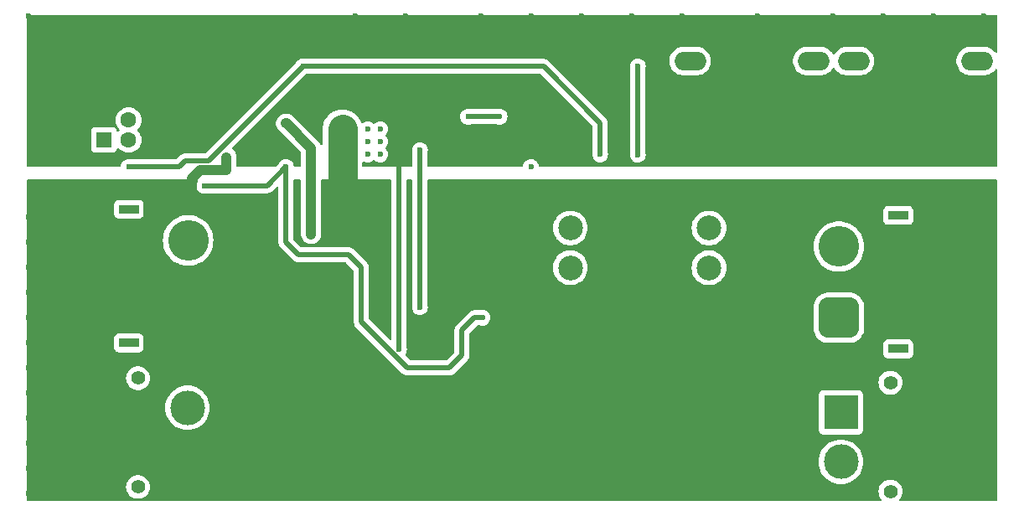
<source format=gbr>
%TF.GenerationSoftware,KiCad,Pcbnew,8.0.3*%
%TF.CreationDate,2024-08-31T13:36:08+09:00*%
%TF.ProjectId,Altair_Remote_Emergency_Stop_V1,416c7461-6972-45f5-9265-6d6f74655f45,rev?*%
%TF.SameCoordinates,Original*%
%TF.FileFunction,Copper,L2,Bot*%
%TF.FilePolarity,Positive*%
%FSLAX46Y46*%
G04 Gerber Fmt 4.6, Leading zero omitted, Abs format (unit mm)*
G04 Created by KiCad (PCBNEW 8.0.3) date 2024-08-31 13:36:08*
%MOMM*%
%LPD*%
G01*
G04 APERTURE LIST*
G04 Aperture macros list*
%AMRoundRect*
0 Rectangle with rounded corners*
0 $1 Rounding radius*
0 $2 $3 $4 $5 $6 $7 $8 $9 X,Y pos of 4 corners*
0 Add a 4 corners polygon primitive as box body*
4,1,4,$2,$3,$4,$5,$6,$7,$8,$9,$2,$3,0*
0 Add four circle primitives for the rounded corners*
1,1,$1+$1,$2,$3*
1,1,$1+$1,$4,$5*
1,1,$1+$1,$6,$7*
1,1,$1+$1,$8,$9*
0 Add four rect primitives between the rounded corners*
20,1,$1+$1,$2,$3,$4,$5,0*
20,1,$1+$1,$4,$5,$6,$7,0*
20,1,$1+$1,$6,$7,$8,$9,0*
20,1,$1+$1,$8,$9,$2,$3,0*%
G04 Aperture macros list end*
%TA.AperFunction,ComponentPad*%
%ADD10R,1.600000X1.600000*%
%TD*%
%TA.AperFunction,ComponentPad*%
%ADD11C,1.600000*%
%TD*%
%TA.AperFunction,ComponentPad*%
%ADD12C,4.000000*%
%TD*%
%TA.AperFunction,ComponentPad*%
%ADD13R,2.000000X0.900000*%
%TD*%
%TA.AperFunction,ComponentPad*%
%ADD14RoundRect,1.025000X-1.025000X1.025000X-1.025000X-1.025000X1.025000X-1.025000X1.025000X1.025000X0*%
%TD*%
%TA.AperFunction,ComponentPad*%
%ADD15C,4.100000*%
%TD*%
%TA.AperFunction,ComponentPad*%
%ADD16C,1.400000*%
%TD*%
%TA.AperFunction,ComponentPad*%
%ADD17R,3.500000X3.500000*%
%TD*%
%TA.AperFunction,ComponentPad*%
%ADD18C,3.500000*%
%TD*%
%TA.AperFunction,ComponentPad*%
%ADD19O,3.200000X1.900000*%
%TD*%
%TA.AperFunction,ComponentPad*%
%ADD20RoundRect,1.025000X1.025000X-1.025000X1.025000X1.025000X-1.025000X1.025000X-1.025000X-1.025000X0*%
%TD*%
%TA.AperFunction,ComponentPad*%
%ADD21C,2.500000*%
%TD*%
%TA.AperFunction,HeatsinkPad*%
%ADD22C,0.600000*%
%TD*%
%TA.AperFunction,ViaPad*%
%ADD23C,0.600000*%
%TD*%
%TA.AperFunction,Conductor*%
%ADD24C,0.200000*%
%TD*%
%TA.AperFunction,Conductor*%
%ADD25C,0.500000*%
%TD*%
%TA.AperFunction,Conductor*%
%ADD26C,1.000000*%
%TD*%
%TA.AperFunction,Conductor*%
%ADD27C,3.000000*%
%TD*%
G04 APERTURE END LIST*
D10*
%TO.P,J1,1,VBUS*%
%TO.N,+5V*%
X109240000Y-96322500D03*
D11*
%TO.P,J1,2,D-*%
%TO.N,USB-*%
X111740000Y-96322500D03*
%TO.P,J1,3,D+*%
%TO.N,USB+*%
X111740000Y-94322500D03*
%TO.P,J1,4,GND*%
%TO.N,GND*%
X109240000Y-94322500D03*
D12*
%TO.P,J1,5,Shield*%
X104490000Y-91462500D03*
X116490000Y-91462500D03*
%TD*%
D13*
%TO.P,J2,*%
%TO.N,*%
X189515000Y-103950000D03*
X189515000Y-117450000D03*
D14*
%TO.P,J2,1,Pin_1*%
%TO.N,-1*%
X183515000Y-114300000D03*
D15*
%TO.P,J2,2,Pin_2*%
%TO.N,+1*%
X183515000Y-107100000D03*
%TD*%
D16*
%TO.P,J4,*%
%TO.N,*%
X112695000Y-131400000D03*
X112695000Y-120400000D03*
D17*
%TO.P,J4,1,Pin_1*%
%TO.N,GND1*%
X117695000Y-128400000D03*
D18*
%TO.P,J4,2,Pin_2*%
%TO.N,+24V*%
X117695000Y-123400000D03*
%TD*%
D19*
%TO.P,SW1,1,1*%
%TO.N,GND*%
X180975000Y-93345000D03*
X168475000Y-93345000D03*
%TO.P,SW1,2,2*%
%TO.N,Net-(U1-EN{slash}CHIP_PU)*%
X180975000Y-88345000D03*
X168475000Y-88345000D03*
%TD*%
D16*
%TO.P,J5,*%
%TO.N,*%
X188715000Y-120865000D03*
X188715000Y-131865000D03*
D17*
%TO.P,J5,1,Pin_1*%
%TO.N,-1*%
X183715000Y-123865000D03*
D18*
%TO.P,J5,2,Pin_2*%
%TO.N,+1*%
X183715000Y-128865000D03*
%TD*%
D13*
%TO.P,J3,*%
%TO.N,*%
X111760000Y-116840000D03*
X111760000Y-103340000D03*
D20*
%TO.P,J3,1,Pin_1*%
%TO.N,GND1*%
X117760000Y-113690000D03*
D15*
%TO.P,J3,2,Pin_2*%
%TO.N,+24V*%
X117760000Y-106490000D03*
%TD*%
D21*
%TO.P,U5,1,1*%
%TO.N,+24V*%
X156380000Y-105240000D03*
X156380000Y-109240000D03*
%TO.P,U5,2,2*%
%TO.N,+1*%
X170380000Y-105240000D03*
X170380000Y-109240000D03*
%TD*%
D22*
%TO.P,U1,19,GND*%
%TO.N,GND*%
X153035000Y-92160000D03*
X153035000Y-91060000D03*
X152485000Y-92710000D03*
X152485000Y-91610000D03*
X152485000Y-90510000D03*
X151935000Y-92160000D03*
X151935000Y-91060000D03*
X151385000Y-92710000D03*
X151385000Y-91610000D03*
X151385000Y-90510000D03*
X150835000Y-92160000D03*
X150835000Y-91060000D03*
%TD*%
D19*
%TO.P,SW2,1,1*%
%TO.N,Net-(U1-GPIO9)*%
X184985000Y-88345000D03*
X197485000Y-88345000D03*
%TO.P,SW2,2,2*%
%TO.N,GND*%
X184985000Y-93345000D03*
X197485000Y-93345000D03*
%TD*%
D23*
%TO.N,GND*%
X102616000Y-98552000D03*
%TO.N,*%
X152400000Y-99060000D03*
%TO.N,GND*%
X167640000Y-83820000D03*
X185420000Y-96520000D03*
X195580000Y-96520000D03*
X152400000Y-83820000D03*
X119380000Y-88900000D03*
X149860000Y-96520000D03*
X139700000Y-83820000D03*
X139065000Y-90805000D03*
X198120000Y-83820000D03*
X160020000Y-86360000D03*
X111760000Y-91440000D03*
X198120000Y-96520000D03*
X187960000Y-96520000D03*
X162560000Y-83820000D03*
X190500000Y-96520000D03*
X119380000Y-96520000D03*
X172720000Y-96520000D03*
X182880000Y-83820000D03*
X111760000Y-86360000D03*
X167640000Y-96520000D03*
X137160000Y-86360000D03*
X193040000Y-96520000D03*
X175260000Y-96520000D03*
X177800000Y-96520000D03*
X106680000Y-86360000D03*
X109220000Y-88900000D03*
X175260000Y-83820000D03*
X154940000Y-96520000D03*
X121920000Y-86360000D03*
X154940000Y-86360000D03*
X114300000Y-88900000D03*
X134620000Y-83820000D03*
X147320000Y-83820000D03*
X182880000Y-96520000D03*
X116840000Y-86360000D03*
X157480000Y-83820000D03*
X139065000Y-117475000D03*
X127000000Y-86360000D03*
X187960000Y-83820000D03*
X149860000Y-86360000D03*
X180340000Y-96520000D03*
X142240000Y-86360000D03*
X101600000Y-83820000D03*
X193040000Y-83820000D03*
X132080000Y-86360000D03*
X170180000Y-96520000D03*
X106680000Y-91440000D03*
%TO.N,+3.3V*%
X159385000Y-97790000D03*
X163195000Y-88900000D03*
X129360000Y-88895000D03*
X111760000Y-99060000D03*
X163195000Y-97810000D03*
%TO.N,+24V*%
X127635000Y-94660000D03*
X130175000Y-105855000D03*
%TO.N,GND1*%
X152400000Y-129540000D03*
X109220000Y-129540000D03*
X144780000Y-132080000D03*
X193040000Y-132080000D03*
X133350000Y-97790000D03*
X111760000Y-129540000D03*
X167640000Y-129540000D03*
X175260000Y-132080000D03*
X162560000Y-106680000D03*
X142240000Y-124460000D03*
X109220000Y-132080000D03*
X104140000Y-129540000D03*
X149860000Y-127000000D03*
X139700000Y-132080000D03*
X134620000Y-95250000D03*
X162560000Y-101600000D03*
X133350000Y-96520000D03*
X165100000Y-104140000D03*
X133350000Y-101715000D03*
X165100000Y-132080000D03*
X124460000Y-116840000D03*
X114300000Y-116840000D03*
X114300000Y-127000000D03*
X195580000Y-129540000D03*
X106680000Y-132080000D03*
X170180000Y-132080000D03*
X165100000Y-111760000D03*
X101600000Y-116840000D03*
X109220000Y-127000000D03*
X114300000Y-129540000D03*
X119380000Y-132080000D03*
X101600000Y-104140000D03*
X152400000Y-124460000D03*
X162560000Y-109220000D03*
X162560000Y-129540000D03*
X180340000Y-132080000D03*
X101600000Y-132080000D03*
X137160000Y-95250000D03*
X134620000Y-96520000D03*
X190500000Y-121920000D03*
X101600000Y-119380000D03*
X106680000Y-127000000D03*
X165100000Y-127000000D03*
X162560000Y-104140000D03*
X154940000Y-127000000D03*
X182880000Y-101600000D03*
X193040000Y-114300000D03*
X101600000Y-106680000D03*
X101600000Y-121920000D03*
X111760000Y-127000000D03*
X180340000Y-127000000D03*
X147320000Y-101600000D03*
X198120000Y-106680000D03*
X154940000Y-132080000D03*
X101600000Y-111760000D03*
X175260000Y-127000000D03*
X162560000Y-111760000D03*
X157480000Y-101600000D03*
X144780000Y-127000000D03*
X187960000Y-114300000D03*
X121640000Y-98070000D03*
X198120000Y-101600000D03*
X157480000Y-129540000D03*
X118110000Y-102235000D03*
X114300000Y-111760000D03*
X118110000Y-100215000D03*
X101600000Y-129540000D03*
X104140000Y-121920000D03*
X147320000Y-124460000D03*
X190500000Y-111760000D03*
X134620000Y-97790000D03*
X135890000Y-96520000D03*
X101600000Y-124460000D03*
X198120000Y-132080000D03*
X147320000Y-129540000D03*
X152400000Y-101600000D03*
X111760000Y-114300000D03*
X104140000Y-132080000D03*
X177800000Y-129540000D03*
X187960000Y-119380000D03*
X165100000Y-101600000D03*
X160020000Y-132080000D03*
X170180000Y-127000000D03*
X137160000Y-124460000D03*
X187960000Y-124460000D03*
X142240000Y-129540000D03*
X101600000Y-114300000D03*
X170180000Y-101600000D03*
X172720000Y-129540000D03*
X106680000Y-124460000D03*
X106680000Y-129540000D03*
X133350000Y-95250000D03*
X195580000Y-104140000D03*
X127000000Y-114300000D03*
X101600000Y-127000000D03*
X165100000Y-106680000D03*
X104140000Y-124460000D03*
X119380000Y-116840000D03*
X135890000Y-95250000D03*
X187960000Y-101600000D03*
X104140000Y-127000000D03*
X193040000Y-101600000D03*
X193040000Y-119380000D03*
X114300000Y-132080000D03*
X149860000Y-132080000D03*
X157480000Y-124460000D03*
X121920000Y-114300000D03*
X101600000Y-109220000D03*
X137160000Y-96520000D03*
X165100000Y-109220000D03*
X177800000Y-101600000D03*
X139700000Y-127000000D03*
X116840000Y-132080000D03*
X137160000Y-129540000D03*
X137160000Y-97790000D03*
X135890000Y-97790000D03*
%TO.N,+12V*%
X147505000Y-114300000D03*
X119380000Y-100965000D03*
X127635000Y-99055000D03*
%TO.N,Net-(R5-Pad2)*%
X141180000Y-113240000D03*
X141180000Y-97365000D03*
%TO.N,Ps1*%
X146050000Y-93980000D03*
X149225000Y-93980000D03*
%TD*%
D24*
%TO.N,GND*%
X104490000Y-96678000D02*
X104490000Y-91462500D01*
X102616000Y-98552000D02*
X104490000Y-96678000D01*
D25*
X139065000Y-117475000D02*
X139065000Y-90805000D01*
%TO.N,+3.3V*%
X159385000Y-97790000D02*
X159385000Y-94615000D01*
X159385000Y-94615000D02*
X153665000Y-88895000D01*
X153665000Y-88895000D02*
X129360000Y-88895000D01*
X119830000Y-98425000D02*
X117475000Y-98425000D01*
X117475000Y-98425000D02*
X116840000Y-99060000D01*
X129360000Y-88895000D02*
X119830000Y-98425000D01*
X116840000Y-99060000D02*
X111760000Y-99060000D01*
X163195000Y-97810000D02*
X163195000Y-88900000D01*
D26*
%TO.N,+24V*%
X130175000Y-97155000D02*
X130175000Y-105855000D01*
X127635000Y-94660000D02*
X127680000Y-94660000D01*
X127680000Y-94660000D02*
X130175000Y-97155000D01*
%TO.N,GND1*%
X118950000Y-99375000D02*
X121605000Y-99375000D01*
X118110000Y-100215000D02*
X118110000Y-102235000D01*
D27*
X133350000Y-95250000D02*
X133350000Y-101715000D01*
D26*
X121640000Y-98070000D02*
X121640000Y-99340000D01*
X121605000Y-99375000D02*
X121640000Y-99340000D01*
X118110000Y-100215000D02*
X118950000Y-99375000D01*
D25*
%TO.N,+12V*%
X145415000Y-115570000D02*
X145415000Y-118110000D01*
X144145000Y-119380000D02*
X139909339Y-119380000D01*
X145415000Y-118110000D02*
X144145000Y-119380000D01*
X146685000Y-114300000D02*
X145415000Y-115570000D01*
X125725000Y-100965000D02*
X127635000Y-99055000D01*
X127635000Y-106680000D02*
X127635000Y-99055000D01*
X119380000Y-100965000D02*
X125725000Y-100965000D01*
X147505000Y-114300000D02*
X146685000Y-114300000D01*
X139909339Y-119380000D02*
X135255000Y-114725661D01*
X133985000Y-107950000D02*
X128905000Y-107950000D01*
X128905000Y-107950000D02*
X127635000Y-106680000D01*
X135255000Y-114725661D02*
X135255000Y-109220000D01*
X135255000Y-109220000D02*
X133985000Y-107950000D01*
%TO.N,Net-(R5-Pad2)*%
X141180000Y-97365000D02*
X141180000Y-113240000D01*
%TO.N,Ps1*%
X149225000Y-93980000D02*
X146050000Y-93980000D01*
%TD*%
%TA.AperFunction,Conductor*%
%TO.N,GND*%
G36*
X199467539Y-83705185D02*
G01*
X199513294Y-83757989D01*
X199524500Y-83809500D01*
X199524500Y-87408112D01*
X199504815Y-87475151D01*
X199452011Y-87520906D01*
X199382853Y-87530850D01*
X199319297Y-87501825D01*
X199300182Y-87480998D01*
X199295934Y-87475151D01*
X199241379Y-87400063D01*
X199079937Y-87238621D01*
X198895228Y-87104421D01*
X198691803Y-87000770D01*
X198474660Y-86930215D01*
X198249162Y-86894500D01*
X198249157Y-86894500D01*
X196720843Y-86894500D01*
X196720838Y-86894500D01*
X196495339Y-86930215D01*
X196278196Y-87000770D01*
X196074771Y-87104421D01*
X195890061Y-87238622D01*
X195728622Y-87400061D01*
X195594421Y-87584771D01*
X195490770Y-87788196D01*
X195420215Y-88005339D01*
X195384500Y-88230837D01*
X195384500Y-88459162D01*
X195420215Y-88684660D01*
X195490770Y-88901803D01*
X195581187Y-89079255D01*
X195594421Y-89105228D01*
X195728621Y-89289937D01*
X195890063Y-89451379D01*
X196074772Y-89585579D01*
X196170884Y-89634550D01*
X196278196Y-89689229D01*
X196278198Y-89689229D01*
X196278201Y-89689231D01*
X196394592Y-89727049D01*
X196495339Y-89759784D01*
X196720838Y-89795500D01*
X196720843Y-89795500D01*
X198249162Y-89795500D01*
X198474660Y-89759784D01*
X198691799Y-89689231D01*
X198895228Y-89585579D01*
X199079937Y-89451379D01*
X199241379Y-89289937D01*
X199300184Y-89208999D01*
X199355512Y-89166336D01*
X199425125Y-89160357D01*
X199486920Y-89192963D01*
X199521278Y-89253802D01*
X199524500Y-89281887D01*
X199524500Y-98936000D01*
X199504815Y-99003039D01*
X199452011Y-99048794D01*
X199400500Y-99060000D01*
X153316378Y-99060000D01*
X153249339Y-99040315D01*
X153203584Y-98987511D01*
X153193158Y-98949883D01*
X153185369Y-98880749D01*
X153185368Y-98880745D01*
X153183618Y-98875745D01*
X153125789Y-98710478D01*
X153122647Y-98705478D01*
X153053461Y-98595369D01*
X153029816Y-98557738D01*
X152902262Y-98430184D01*
X152894305Y-98425184D01*
X152749523Y-98334211D01*
X152579254Y-98274631D01*
X152579249Y-98274630D01*
X152400004Y-98254435D01*
X152399996Y-98254435D01*
X152220750Y-98274630D01*
X152220745Y-98274631D01*
X152050476Y-98334211D01*
X151897737Y-98430184D01*
X151770184Y-98557737D01*
X151674211Y-98710476D01*
X151614631Y-98880745D01*
X151614630Y-98880749D01*
X151606842Y-98949883D01*
X151579776Y-99014297D01*
X151522182Y-99053852D01*
X151483622Y-99060000D01*
X142054500Y-99060000D01*
X141987461Y-99040315D01*
X141941706Y-98987511D01*
X141930500Y-98936000D01*
X141930500Y-97664972D01*
X141937458Y-97624017D01*
X141938590Y-97620782D01*
X141965368Y-97544255D01*
X141966851Y-97531097D01*
X141985565Y-97365003D01*
X141985565Y-97364996D01*
X141965369Y-97185750D01*
X141965368Y-97185745D01*
X141905788Y-97015476D01*
X141852375Y-96930470D01*
X141809816Y-96862738D01*
X141682262Y-96735184D01*
X141529523Y-96639211D01*
X141359254Y-96579631D01*
X141359249Y-96579630D01*
X141180004Y-96559435D01*
X141179996Y-96559435D01*
X141000750Y-96579630D01*
X141000745Y-96579631D01*
X140830476Y-96639211D01*
X140677737Y-96735184D01*
X140550184Y-96862737D01*
X140454211Y-97015476D01*
X140394631Y-97185745D01*
X140394630Y-97185750D01*
X140374435Y-97364996D01*
X140374435Y-97365003D01*
X140394630Y-97544249D01*
X140394631Y-97544254D01*
X140422542Y-97624017D01*
X140429500Y-97664972D01*
X140429500Y-98936000D01*
X140409815Y-99003039D01*
X140357011Y-99048794D01*
X140305500Y-99060000D01*
X135474500Y-99060000D01*
X135407461Y-99040315D01*
X135361706Y-98987511D01*
X135350500Y-98936000D01*
X135350500Y-98620779D01*
X135370185Y-98553740D01*
X135422989Y-98507985D01*
X135492147Y-98498041D01*
X135533911Y-98513377D01*
X135534205Y-98512769D01*
X135540465Y-98515784D01*
X135540476Y-98515788D01*
X135540478Y-98515789D01*
X135710745Y-98575368D01*
X135710750Y-98575369D01*
X135889996Y-98595565D01*
X135890000Y-98595565D01*
X135890004Y-98595565D01*
X136069249Y-98575369D01*
X136069252Y-98575368D01*
X136069255Y-98575368D01*
X136239522Y-98515789D01*
X136392262Y-98419816D01*
X136437319Y-98374759D01*
X136498642Y-98341274D01*
X136568334Y-98346258D01*
X136612681Y-98374759D01*
X136657738Y-98419816D01*
X136689568Y-98439816D01*
X136805671Y-98512769D01*
X136810478Y-98515789D01*
X136980745Y-98575368D01*
X136980750Y-98575369D01*
X137159996Y-98595565D01*
X137160000Y-98595565D01*
X137160004Y-98595565D01*
X137339249Y-98575369D01*
X137339252Y-98575368D01*
X137339255Y-98575368D01*
X137509522Y-98515789D01*
X137662262Y-98419816D01*
X137789816Y-98292262D01*
X137885789Y-98139522D01*
X137945368Y-97969255D01*
X137945369Y-97969249D01*
X137965565Y-97790003D01*
X137965565Y-97789996D01*
X137945369Y-97610750D01*
X137945368Y-97610745D01*
X137929815Y-97566296D01*
X137885789Y-97440478D01*
X137880596Y-97432214D01*
X137811688Y-97322547D01*
X137789816Y-97287738D01*
X137744759Y-97242681D01*
X137711274Y-97181358D01*
X137716258Y-97111666D01*
X137744759Y-97067319D01*
X137755619Y-97056459D01*
X137789816Y-97022262D01*
X137885789Y-96869522D01*
X137945368Y-96699255D01*
X137945369Y-96699249D01*
X137965565Y-96520003D01*
X137965565Y-96519996D01*
X137945369Y-96340750D01*
X137945368Y-96340745D01*
X137885788Y-96170476D01*
X137838867Y-96095802D01*
X137789816Y-96017738D01*
X137744759Y-95972681D01*
X137711274Y-95911358D01*
X137716258Y-95841666D01*
X137744759Y-95797319D01*
X137789816Y-95752262D01*
X137885789Y-95599522D01*
X137945368Y-95429255D01*
X137946972Y-95415018D01*
X137965565Y-95250003D01*
X137965565Y-95249996D01*
X137945369Y-95070750D01*
X137945368Y-95070745D01*
X137911947Y-94975234D01*
X137885789Y-94900478D01*
X137789816Y-94747738D01*
X137662262Y-94620184D01*
X137509523Y-94524211D01*
X137339254Y-94464631D01*
X137339249Y-94464630D01*
X137160004Y-94444435D01*
X137159996Y-94444435D01*
X136980750Y-94464630D01*
X136980745Y-94464631D01*
X136810476Y-94524211D01*
X136657737Y-94620184D01*
X136612680Y-94665241D01*
X136551357Y-94698725D01*
X136481665Y-94693740D01*
X136437320Y-94665241D01*
X136392263Y-94620185D01*
X136392262Y-94620184D01*
X136239523Y-94524211D01*
X136069254Y-94464631D01*
X136069249Y-94464630D01*
X135890004Y-94444435D01*
X135889996Y-94444435D01*
X135710750Y-94464630D01*
X135710745Y-94464631D01*
X135540476Y-94524211D01*
X135406311Y-94608513D01*
X135339074Y-94627513D01*
X135272239Y-94607145D01*
X135227025Y-94553877D01*
X135225778Y-94550972D01*
X135225038Y-94549186D01*
X135148043Y-94363303D01*
X135148041Y-94363299D01*
X135016924Y-94136196D01*
X134897066Y-93979996D01*
X145244435Y-93979996D01*
X145244435Y-93980003D01*
X145264630Y-94159249D01*
X145264631Y-94159254D01*
X145324211Y-94329523D01*
X145348492Y-94368165D01*
X145420184Y-94482262D01*
X145547738Y-94609816D01*
X145575903Y-94627513D01*
X145689235Y-94698725D01*
X145700478Y-94705789D01*
X145843939Y-94755988D01*
X145870745Y-94765368D01*
X145870750Y-94765369D01*
X146049996Y-94785565D01*
X146050000Y-94785565D01*
X146050004Y-94785565D01*
X146229249Y-94765369D01*
X146229252Y-94765368D01*
X146229255Y-94765368D01*
X146309017Y-94737457D01*
X146349972Y-94730500D01*
X148925028Y-94730500D01*
X148965983Y-94737458D01*
X149045745Y-94765368D01*
X149045750Y-94765369D01*
X149224996Y-94785565D01*
X149225000Y-94785565D01*
X149225004Y-94785565D01*
X149404249Y-94765369D01*
X149404252Y-94765368D01*
X149404255Y-94765368D01*
X149574522Y-94705789D01*
X149727262Y-94609816D01*
X149854816Y-94482262D01*
X149950789Y-94329522D01*
X150010368Y-94159255D01*
X150010539Y-94157737D01*
X150030565Y-93980003D01*
X150030565Y-93979996D01*
X150010369Y-93800750D01*
X150010368Y-93800745D01*
X149950788Y-93630476D01*
X149854815Y-93477737D01*
X149727262Y-93350184D01*
X149574523Y-93254211D01*
X149404254Y-93194631D01*
X149404249Y-93194630D01*
X149225004Y-93174435D01*
X149224996Y-93174435D01*
X149045750Y-93194630D01*
X149045745Y-93194631D01*
X148965983Y-93222542D01*
X148925028Y-93229500D01*
X146349972Y-93229500D01*
X146309017Y-93222542D01*
X146229254Y-93194631D01*
X146229249Y-93194630D01*
X146050004Y-93174435D01*
X146049996Y-93174435D01*
X145870750Y-93194630D01*
X145870745Y-93194631D01*
X145700476Y-93254211D01*
X145547737Y-93350184D01*
X145420184Y-93477737D01*
X145324211Y-93630476D01*
X145264631Y-93800745D01*
X145264630Y-93800750D01*
X145244435Y-93979996D01*
X134897066Y-93979996D01*
X134857281Y-93928148D01*
X134857274Y-93928140D01*
X134671860Y-93742726D01*
X134671851Y-93742718D01*
X134463803Y-93583075D01*
X134236700Y-93451958D01*
X134236690Y-93451953D01*
X133994428Y-93351605D01*
X133994421Y-93351603D01*
X133994419Y-93351602D01*
X133741116Y-93283730D01*
X133683339Y-93276123D01*
X133481127Y-93249500D01*
X133481120Y-93249500D01*
X133218880Y-93249500D01*
X133218872Y-93249500D01*
X132987772Y-93279926D01*
X132958884Y-93283730D01*
X132710873Y-93350184D01*
X132705581Y-93351602D01*
X132705571Y-93351605D01*
X132463309Y-93451953D01*
X132463299Y-93451958D01*
X132236196Y-93583075D01*
X132028148Y-93742718D01*
X131842718Y-93928148D01*
X131683075Y-94136196D01*
X131551958Y-94363299D01*
X131551953Y-94363309D01*
X131451605Y-94605571D01*
X131451602Y-94605581D01*
X131407818Y-94768988D01*
X131383730Y-94858885D01*
X131349500Y-95118872D01*
X131349500Y-96752671D01*
X131329815Y-96819710D01*
X131277011Y-96865465D01*
X131207853Y-96875409D01*
X131144297Y-96846384D01*
X131110939Y-96800124D01*
X131091131Y-96752304D01*
X131091131Y-96752303D01*
X131061635Y-96681093D01*
X131061634Y-96681092D01*
X131061632Y-96681086D01*
X130993842Y-96579631D01*
X130952139Y-96517217D01*
X130809686Y-96374764D01*
X130809655Y-96374735D01*
X128461479Y-94026559D01*
X128461459Y-94026537D01*
X128317785Y-93882863D01*
X128317781Y-93882860D01*
X128153920Y-93773371D01*
X128153911Y-93773366D01*
X128070683Y-93738892D01*
X128025165Y-93720038D01*
X127998500Y-93708993D01*
X127971837Y-93697949D01*
X127971833Y-93697947D01*
X127830151Y-93669766D01*
X127778543Y-93659500D01*
X127778541Y-93659500D01*
X127536459Y-93659500D01*
X127536457Y-93659500D01*
X127343170Y-93697947D01*
X127343160Y-93697950D01*
X127161092Y-93773364D01*
X127161079Y-93773371D01*
X126997218Y-93882860D01*
X126997214Y-93882863D01*
X126857863Y-94022214D01*
X126857860Y-94022218D01*
X126748371Y-94186079D01*
X126748364Y-94186092D01*
X126672950Y-94368160D01*
X126672947Y-94368170D01*
X126634500Y-94561456D01*
X126634500Y-94561459D01*
X126634500Y-94758541D01*
X126634500Y-94758543D01*
X126634499Y-94758543D01*
X126672947Y-94951829D01*
X126672950Y-94951839D01*
X126748364Y-95133907D01*
X126748371Y-95133920D01*
X126857860Y-95297781D01*
X126857863Y-95297785D01*
X126997214Y-95437136D01*
X126997222Y-95437142D01*
X127122681Y-95520971D01*
X127141472Y-95536392D01*
X129138181Y-97533101D01*
X129171666Y-97594424D01*
X129174500Y-97620782D01*
X129174500Y-98936000D01*
X129154815Y-99003039D01*
X129102011Y-99048794D01*
X129050500Y-99060000D01*
X128551942Y-99060000D01*
X128484903Y-99040315D01*
X128439148Y-98987511D01*
X128428722Y-98949884D01*
X128420369Y-98875749D01*
X128420368Y-98875745D01*
X128375296Y-98746937D01*
X128360789Y-98705478D01*
X128264816Y-98552738D01*
X128137262Y-98425184D01*
X128069455Y-98382578D01*
X127984523Y-98329211D01*
X127814254Y-98269631D01*
X127814249Y-98269630D01*
X127635004Y-98249435D01*
X127634996Y-98249435D01*
X127455750Y-98269630D01*
X127455745Y-98269631D01*
X127285476Y-98329211D01*
X127132737Y-98425184D01*
X127005184Y-98552737D01*
X126909211Y-98705478D01*
X126906188Y-98711756D01*
X126904362Y-98710876D01*
X126881693Y-98746937D01*
X126604950Y-99023681D01*
X126543627Y-99057166D01*
X126517269Y-99060000D01*
X122764500Y-99060000D01*
X122697461Y-99040315D01*
X122651706Y-98987511D01*
X122640500Y-98936000D01*
X122640500Y-97971456D01*
X122602052Y-97778170D01*
X122602051Y-97778169D01*
X122602051Y-97778165D01*
X122571058Y-97703341D01*
X122526635Y-97596092D01*
X122526628Y-97596079D01*
X122417139Y-97432218D01*
X122417136Y-97432214D01*
X122277785Y-97292863D01*
X122277777Y-97292857D01*
X122250985Y-97274955D01*
X122206179Y-97221343D01*
X122197472Y-97152018D01*
X122227626Y-97088991D01*
X122232175Y-97084191D01*
X129634548Y-89681819D01*
X129695871Y-89648334D01*
X129722229Y-89645500D01*
X153302770Y-89645500D01*
X153369809Y-89665185D01*
X153390451Y-89681819D01*
X158598181Y-94889548D01*
X158631666Y-94950871D01*
X158634500Y-94977229D01*
X158634500Y-97490028D01*
X158627542Y-97530982D01*
X158599631Y-97610747D01*
X158579435Y-97789996D01*
X158579435Y-97790003D01*
X158599630Y-97969249D01*
X158599631Y-97969254D01*
X158659211Y-98139523D01*
X158671778Y-98159523D01*
X158755184Y-98292262D01*
X158882738Y-98419816D01*
X158914568Y-98439816D01*
X159030671Y-98512769D01*
X159035478Y-98515789D01*
X159205745Y-98575368D01*
X159205750Y-98575369D01*
X159384996Y-98595565D01*
X159385000Y-98595565D01*
X159385004Y-98595565D01*
X159564249Y-98575369D01*
X159564252Y-98575368D01*
X159564255Y-98575368D01*
X159734522Y-98515789D01*
X159887262Y-98419816D01*
X160014816Y-98292262D01*
X160110789Y-98139522D01*
X160170368Y-97969255D01*
X160170369Y-97969249D01*
X160190565Y-97790003D01*
X160190565Y-97789996D01*
X160172621Y-97630745D01*
X160170368Y-97610745D01*
X160142458Y-97530982D01*
X160135500Y-97490028D01*
X160135500Y-94541079D01*
X160120293Y-94464633D01*
X160120293Y-94464632D01*
X160106659Y-94396088D01*
X160052408Y-94265117D01*
X160050765Y-94260526D01*
X160050084Y-94259508D01*
X160050084Y-94259506D01*
X160050084Y-94259505D01*
X159982086Y-94157738D01*
X159967952Y-94136585D01*
X159967950Y-94136582D01*
X159967949Y-94136581D01*
X154731365Y-88899996D01*
X162389435Y-88899996D01*
X162389435Y-88900003D01*
X162409630Y-89079249D01*
X162409631Y-89079254D01*
X162437542Y-89159017D01*
X162444500Y-89199972D01*
X162444500Y-97510028D01*
X162437542Y-97550982D01*
X162409631Y-97630747D01*
X162389435Y-97809996D01*
X162389435Y-97810000D01*
X162409630Y-97989249D01*
X162409631Y-97989254D01*
X162469211Y-98159523D01*
X162561668Y-98306666D01*
X162565184Y-98312262D01*
X162692738Y-98439816D01*
X162783080Y-98496582D01*
X162813646Y-98515788D01*
X162845478Y-98535789D01*
X162958591Y-98575369D01*
X163015745Y-98595368D01*
X163015750Y-98595369D01*
X163194996Y-98615565D01*
X163195000Y-98615565D01*
X163195004Y-98615565D01*
X163374249Y-98595369D01*
X163374252Y-98595368D01*
X163374255Y-98595368D01*
X163544522Y-98535789D01*
X163697262Y-98439816D01*
X163824816Y-98312262D01*
X163920789Y-98159522D01*
X163980368Y-97989255D01*
X163982374Y-97971456D01*
X164000565Y-97810000D01*
X164000565Y-97809996D01*
X163980368Y-97630747D01*
X163980368Y-97630745D01*
X163952458Y-97550982D01*
X163945500Y-97510028D01*
X163945500Y-89199972D01*
X163952458Y-89159017D01*
X163980368Y-89079255D01*
X164000362Y-88901803D01*
X164000565Y-88900003D01*
X164000565Y-88899996D01*
X163980369Y-88720750D01*
X163980368Y-88720745D01*
X163933547Y-88586939D01*
X163920789Y-88550478D01*
X163917650Y-88545483D01*
X163824815Y-88397737D01*
X163697262Y-88270184D01*
X163634642Y-88230837D01*
X166374500Y-88230837D01*
X166374500Y-88459162D01*
X166410215Y-88684660D01*
X166480770Y-88901803D01*
X166571187Y-89079255D01*
X166584421Y-89105228D01*
X166718621Y-89289937D01*
X166880063Y-89451379D01*
X167064772Y-89585579D01*
X167160884Y-89634550D01*
X167268196Y-89689229D01*
X167268198Y-89689229D01*
X167268201Y-89689231D01*
X167384592Y-89727049D01*
X167485339Y-89759784D01*
X167710838Y-89795500D01*
X167710843Y-89795500D01*
X169239162Y-89795500D01*
X169464660Y-89759784D01*
X169681799Y-89689231D01*
X169885228Y-89585579D01*
X170069937Y-89451379D01*
X170231379Y-89289937D01*
X170365579Y-89105228D01*
X170469231Y-88901799D01*
X170539784Y-88684660D01*
X170575500Y-88459162D01*
X170575500Y-88230837D01*
X178874500Y-88230837D01*
X178874500Y-88459162D01*
X178910215Y-88684660D01*
X178980770Y-88901803D01*
X179071187Y-89079255D01*
X179084421Y-89105228D01*
X179218621Y-89289937D01*
X179380063Y-89451379D01*
X179564772Y-89585579D01*
X179660884Y-89634550D01*
X179768196Y-89689229D01*
X179768198Y-89689229D01*
X179768201Y-89689231D01*
X179884592Y-89727049D01*
X179985339Y-89759784D01*
X180210838Y-89795500D01*
X180210843Y-89795500D01*
X181739162Y-89795500D01*
X181964660Y-89759784D01*
X182181799Y-89689231D01*
X182385228Y-89585579D01*
X182569937Y-89451379D01*
X182731379Y-89289937D01*
X182865579Y-89105228D01*
X182869514Y-89097504D01*
X182917486Y-89046708D01*
X182985307Y-89029911D01*
X183051442Y-89052446D01*
X183090485Y-89097504D01*
X183094421Y-89105228D01*
X183228621Y-89289937D01*
X183390063Y-89451379D01*
X183574772Y-89585579D01*
X183670884Y-89634550D01*
X183778196Y-89689229D01*
X183778198Y-89689229D01*
X183778201Y-89689231D01*
X183894592Y-89727049D01*
X183995339Y-89759784D01*
X184220838Y-89795500D01*
X184220843Y-89795500D01*
X185749162Y-89795500D01*
X185974660Y-89759784D01*
X186191799Y-89689231D01*
X186395228Y-89585579D01*
X186579937Y-89451379D01*
X186741379Y-89289937D01*
X186875579Y-89105228D01*
X186979231Y-88901799D01*
X187049784Y-88684660D01*
X187085500Y-88459162D01*
X187085500Y-88230837D01*
X187049784Y-88005339D01*
X186979229Y-87788196D01*
X186905397Y-87643293D01*
X186875579Y-87584772D01*
X186741379Y-87400063D01*
X186579937Y-87238621D01*
X186395228Y-87104421D01*
X186191803Y-87000770D01*
X185974660Y-86930215D01*
X185749162Y-86894500D01*
X185749157Y-86894500D01*
X184220843Y-86894500D01*
X184220838Y-86894500D01*
X183995339Y-86930215D01*
X183778196Y-87000770D01*
X183574771Y-87104421D01*
X183390061Y-87238622D01*
X183228622Y-87400061D01*
X183094421Y-87584771D01*
X183090485Y-87592497D01*
X183042510Y-87643293D01*
X182974689Y-87660088D01*
X182908554Y-87637550D01*
X182869515Y-87592497D01*
X182865578Y-87584771D01*
X182785934Y-87475151D01*
X182731379Y-87400063D01*
X182569937Y-87238621D01*
X182385228Y-87104421D01*
X182181803Y-87000770D01*
X181964660Y-86930215D01*
X181739162Y-86894500D01*
X181739157Y-86894500D01*
X180210843Y-86894500D01*
X180210838Y-86894500D01*
X179985339Y-86930215D01*
X179768196Y-87000770D01*
X179564771Y-87104421D01*
X179380061Y-87238622D01*
X179218622Y-87400061D01*
X179084421Y-87584771D01*
X178980770Y-87788196D01*
X178910215Y-88005339D01*
X178874500Y-88230837D01*
X170575500Y-88230837D01*
X170539784Y-88005339D01*
X170469229Y-87788196D01*
X170395397Y-87643293D01*
X170365579Y-87584772D01*
X170231379Y-87400063D01*
X170069937Y-87238621D01*
X169885228Y-87104421D01*
X169681803Y-87000770D01*
X169464660Y-86930215D01*
X169239162Y-86894500D01*
X169239157Y-86894500D01*
X167710843Y-86894500D01*
X167710838Y-86894500D01*
X167485339Y-86930215D01*
X167268196Y-87000770D01*
X167064771Y-87104421D01*
X166880061Y-87238622D01*
X166718622Y-87400061D01*
X166584421Y-87584771D01*
X166480770Y-87788196D01*
X166410215Y-88005339D01*
X166374500Y-88230837D01*
X163634642Y-88230837D01*
X163544523Y-88174211D01*
X163374254Y-88114631D01*
X163374249Y-88114630D01*
X163195004Y-88094435D01*
X163194996Y-88094435D01*
X163015750Y-88114630D01*
X163015745Y-88114631D01*
X162845476Y-88174211D01*
X162692737Y-88270184D01*
X162565184Y-88397737D01*
X162469211Y-88550476D01*
X162409631Y-88720745D01*
X162409630Y-88720750D01*
X162389435Y-88899996D01*
X154731365Y-88899996D01*
X154143421Y-88312052D01*
X154143414Y-88312046D01*
X154057318Y-88254519D01*
X154057219Y-88254454D01*
X154020495Y-88229916D01*
X154020494Y-88229915D01*
X154020492Y-88229914D01*
X153883917Y-88173343D01*
X153883907Y-88173340D01*
X153738920Y-88144500D01*
X153738918Y-88144500D01*
X129659972Y-88144500D01*
X129619017Y-88137542D01*
X129539254Y-88109631D01*
X129539249Y-88109630D01*
X129360004Y-88089435D01*
X129359996Y-88089435D01*
X129180750Y-88109630D01*
X129180745Y-88109631D01*
X129010476Y-88169211D01*
X128857737Y-88265184D01*
X128730184Y-88392737D01*
X128634208Y-88545483D01*
X128631186Y-88551758D01*
X128629361Y-88550878D01*
X128606692Y-88586939D01*
X119555451Y-97638181D01*
X119494128Y-97671666D01*
X119467770Y-97674500D01*
X117401076Y-97674500D01*
X117372242Y-97680234D01*
X117372243Y-97680235D01*
X117256093Y-97703339D01*
X117256083Y-97703342D01*
X117176081Y-97736479D01*
X117176082Y-97736480D01*
X117176080Y-97736481D01*
X117119505Y-97759916D01*
X117092186Y-97778170D01*
X117044549Y-97810000D01*
X116996586Y-97842047D01*
X116996582Y-97842050D01*
X116565451Y-98273181D01*
X116504128Y-98306666D01*
X116477770Y-98309500D01*
X112059972Y-98309500D01*
X112019017Y-98302542D01*
X111939254Y-98274631D01*
X111939249Y-98274630D01*
X111760004Y-98254435D01*
X111759996Y-98254435D01*
X111580750Y-98274630D01*
X111580745Y-98274631D01*
X111410476Y-98334211D01*
X111257737Y-98430184D01*
X111130184Y-98557737D01*
X111034211Y-98710476D01*
X110974631Y-98880745D01*
X110974630Y-98880749D01*
X110966842Y-98949883D01*
X110939776Y-99014297D01*
X110882182Y-99053852D01*
X110843622Y-99060000D01*
X101589500Y-99060000D01*
X101522461Y-99040315D01*
X101476706Y-98987511D01*
X101465500Y-98936000D01*
X101465500Y-95474635D01*
X107939500Y-95474635D01*
X107939500Y-97170370D01*
X107939501Y-97170376D01*
X107945908Y-97229983D01*
X107996202Y-97364828D01*
X107996206Y-97364835D01*
X108082452Y-97480044D01*
X108082455Y-97480047D01*
X108197664Y-97566293D01*
X108197671Y-97566297D01*
X108332517Y-97616591D01*
X108332516Y-97616591D01*
X108339444Y-97617335D01*
X108392127Y-97623000D01*
X110087872Y-97622999D01*
X110147483Y-97616591D01*
X110282331Y-97566296D01*
X110397546Y-97480046D01*
X110483796Y-97364831D01*
X110534091Y-97229983D01*
X110534092Y-97229972D01*
X110535365Y-97224588D01*
X110569933Y-97163869D01*
X110631841Y-97131478D01*
X110701433Y-97137699D01*
X110743725Y-97165412D01*
X110900858Y-97322545D01*
X110900861Y-97322547D01*
X111087266Y-97453068D01*
X111293504Y-97549239D01*
X111513308Y-97608135D01*
X111657864Y-97620782D01*
X111739998Y-97627968D01*
X111740000Y-97627968D01*
X111740002Y-97627968D01*
X111796807Y-97622998D01*
X111966692Y-97608135D01*
X112186496Y-97549239D01*
X112392734Y-97453068D01*
X112579139Y-97322547D01*
X112740047Y-97161639D01*
X112870568Y-96975234D01*
X112966739Y-96768996D01*
X113025635Y-96549192D01*
X113045468Y-96322500D01*
X113025635Y-96095808D01*
X112976212Y-95911358D01*
X112966741Y-95876011D01*
X112966738Y-95876002D01*
X112930047Y-95797319D01*
X112870568Y-95669766D01*
X112760850Y-95513071D01*
X112740048Y-95483362D01*
X112722901Y-95466215D01*
X112666865Y-95410179D01*
X112633382Y-95348859D01*
X112638366Y-95279167D01*
X112666865Y-95234820D01*
X112740047Y-95161639D01*
X112870568Y-94975234D01*
X112966739Y-94768996D01*
X113025635Y-94549192D01*
X113045468Y-94322500D01*
X113025635Y-94095808D01*
X112966739Y-93876004D01*
X112870568Y-93669766D01*
X112740047Y-93483361D01*
X112740045Y-93483358D01*
X112579141Y-93322454D01*
X112392734Y-93191932D01*
X112392732Y-93191931D01*
X112186497Y-93095761D01*
X112186488Y-93095758D01*
X111966697Y-93036866D01*
X111966693Y-93036865D01*
X111966692Y-93036865D01*
X111966691Y-93036864D01*
X111966686Y-93036864D01*
X111740002Y-93017032D01*
X111739998Y-93017032D01*
X111513313Y-93036864D01*
X111513302Y-93036866D01*
X111293511Y-93095758D01*
X111293502Y-93095761D01*
X111087267Y-93191931D01*
X111087265Y-93191932D01*
X110900858Y-93322454D01*
X110739954Y-93483358D01*
X110609432Y-93669765D01*
X110609432Y-93669766D01*
X110513261Y-93876002D01*
X110513258Y-93876011D01*
X110454366Y-94095802D01*
X110454364Y-94095813D01*
X110434532Y-94322498D01*
X110434532Y-94322501D01*
X110454364Y-94549186D01*
X110454366Y-94549197D01*
X110513258Y-94768988D01*
X110513261Y-94768997D01*
X110609431Y-94975232D01*
X110609432Y-94975234D01*
X110739954Y-95161641D01*
X110813132Y-95234819D01*
X110846617Y-95296142D01*
X110841633Y-95365834D01*
X110813132Y-95410182D01*
X110743726Y-95479587D01*
X110682402Y-95513071D01*
X110612711Y-95508086D01*
X110556777Y-95466215D01*
X110535369Y-95420423D01*
X110534091Y-95415018D01*
X110532287Y-95410182D01*
X110499584Y-95322500D01*
X110483797Y-95280171D01*
X110483793Y-95280164D01*
X110397547Y-95164955D01*
X110397544Y-95164952D01*
X110282335Y-95078706D01*
X110282328Y-95078702D01*
X110147482Y-95028408D01*
X110147483Y-95028408D01*
X110087883Y-95022001D01*
X110087881Y-95022000D01*
X110087873Y-95022000D01*
X110087864Y-95022000D01*
X108392129Y-95022000D01*
X108392123Y-95022001D01*
X108332516Y-95028408D01*
X108197671Y-95078702D01*
X108197664Y-95078706D01*
X108082455Y-95164952D01*
X108082452Y-95164955D01*
X107996206Y-95280164D01*
X107996202Y-95280171D01*
X107945908Y-95415017D01*
X107939501Y-95474616D01*
X107939500Y-95474635D01*
X101465500Y-95474635D01*
X101465500Y-83809500D01*
X101485185Y-83742461D01*
X101537989Y-83696706D01*
X101589500Y-83685500D01*
X199400500Y-83685500D01*
X199467539Y-83705185D01*
G37*
%TD.AperFunction*%
%TD*%
%TA.AperFunction,Conductor*%
%TO.N,GND1*%
G36*
X118676267Y-100349685D02*
G01*
X118722022Y-100402489D01*
X118731966Y-100471647D01*
X118714221Y-100519973D01*
X118654211Y-100615475D01*
X118594631Y-100785745D01*
X118594630Y-100785750D01*
X118574435Y-100964996D01*
X118574435Y-100965003D01*
X118594630Y-101144249D01*
X118594631Y-101144254D01*
X118654211Y-101314523D01*
X118750184Y-101467262D01*
X118877738Y-101594816D01*
X118968080Y-101651582D01*
X119023903Y-101686658D01*
X119030478Y-101690789D01*
X119101098Y-101715500D01*
X119200745Y-101750368D01*
X119200750Y-101750369D01*
X119379996Y-101770565D01*
X119380000Y-101770565D01*
X119380004Y-101770565D01*
X119559249Y-101750369D01*
X119559252Y-101750368D01*
X119559255Y-101750368D01*
X119639017Y-101722457D01*
X119679972Y-101715500D01*
X125798920Y-101715500D01*
X125896462Y-101696096D01*
X125943913Y-101686658D01*
X126080495Y-101630084D01*
X126133277Y-101594816D01*
X126203416Y-101547952D01*
X126672819Y-101078549D01*
X126734142Y-101045064D01*
X126803834Y-101050048D01*
X126859767Y-101091920D01*
X126884184Y-101157384D01*
X126884500Y-101166230D01*
X126884500Y-106753918D01*
X126884500Y-106753920D01*
X126884499Y-106753920D01*
X126913340Y-106898907D01*
X126913343Y-106898917D01*
X126969914Y-107035492D01*
X127002812Y-107084727D01*
X127002813Y-107084730D01*
X127052046Y-107158414D01*
X127052052Y-107158421D01*
X128426580Y-108532948D01*
X128426584Y-108532951D01*
X128549498Y-108615080D01*
X128549511Y-108615087D01*
X128686082Y-108671656D01*
X128686087Y-108671658D01*
X128686091Y-108671658D01*
X128686092Y-108671659D01*
X128831079Y-108700500D01*
X128831082Y-108700500D01*
X128978917Y-108700500D01*
X133622770Y-108700500D01*
X133689809Y-108720185D01*
X133710451Y-108736819D01*
X134468181Y-109494548D01*
X134501666Y-109555871D01*
X134504500Y-109582229D01*
X134504500Y-114799579D01*
X134504500Y-114799581D01*
X134504499Y-114799581D01*
X134533340Y-114944568D01*
X134533343Y-114944578D01*
X134589913Y-115081151D01*
X134589917Y-115081158D01*
X134596880Y-115091578D01*
X134596882Y-115091585D01*
X134596884Y-115091584D01*
X134672051Y-115204081D01*
X134672052Y-115204082D01*
X139430919Y-119962948D01*
X139430923Y-119962951D01*
X139553837Y-120045080D01*
X139553850Y-120045087D01*
X139690421Y-120101656D01*
X139690426Y-120101658D01*
X139690430Y-120101658D01*
X139690431Y-120101659D01*
X139835418Y-120130500D01*
X139835421Y-120130500D01*
X144218920Y-120130500D01*
X144316462Y-120111096D01*
X144363913Y-120101658D01*
X144500495Y-120045084D01*
X144549729Y-120012186D01*
X144623416Y-119962952D01*
X145997951Y-118588416D01*
X146080084Y-118465495D01*
X146136658Y-118328913D01*
X146165500Y-118183918D01*
X146165500Y-118036083D01*
X146165500Y-116952135D01*
X188014500Y-116952135D01*
X188014500Y-117947870D01*
X188014501Y-117947876D01*
X188020908Y-118007483D01*
X188071202Y-118142328D01*
X188071206Y-118142335D01*
X188157452Y-118257544D01*
X188157455Y-118257547D01*
X188272664Y-118343793D01*
X188272671Y-118343797D01*
X188407517Y-118394091D01*
X188407516Y-118394091D01*
X188414444Y-118394835D01*
X188467127Y-118400500D01*
X190562872Y-118400499D01*
X190622483Y-118394091D01*
X190757331Y-118343796D01*
X190872546Y-118257546D01*
X190958796Y-118142331D01*
X191009091Y-118007483D01*
X191015500Y-117947873D01*
X191015499Y-116952128D01*
X191009091Y-116892517D01*
X190993419Y-116850499D01*
X190958797Y-116757671D01*
X190958793Y-116757664D01*
X190872547Y-116642455D01*
X190872544Y-116642452D01*
X190757335Y-116556206D01*
X190757328Y-116556202D01*
X190622482Y-116505908D01*
X190622483Y-116505908D01*
X190562883Y-116499501D01*
X190562881Y-116499500D01*
X190562873Y-116499500D01*
X190562864Y-116499500D01*
X188467129Y-116499500D01*
X188467123Y-116499501D01*
X188407516Y-116505908D01*
X188272671Y-116556202D01*
X188272664Y-116556206D01*
X188157455Y-116642452D01*
X188157452Y-116642455D01*
X188071206Y-116757664D01*
X188071202Y-116757671D01*
X188020908Y-116892517D01*
X188014501Y-116952116D01*
X188014501Y-116952123D01*
X188014500Y-116952135D01*
X146165500Y-116952135D01*
X146165500Y-115932229D01*
X146185185Y-115865190D01*
X146201819Y-115844548D01*
X146959548Y-115086819D01*
X147020871Y-115053334D01*
X147047229Y-115050500D01*
X147205028Y-115050500D01*
X147245983Y-115057458D01*
X147325745Y-115085368D01*
X147325750Y-115085369D01*
X147504996Y-115105565D01*
X147505000Y-115105565D01*
X147505004Y-115105565D01*
X147684249Y-115085369D01*
X147684252Y-115085368D01*
X147684255Y-115085368D01*
X147854522Y-115025789D01*
X148007262Y-114929816D01*
X148134816Y-114802262D01*
X148230789Y-114649522D01*
X148290368Y-114479255D01*
X148297631Y-114414793D01*
X148310565Y-114300003D01*
X148310565Y-114299996D01*
X148290369Y-114120750D01*
X148290368Y-114120745D01*
X148256994Y-114025368D01*
X148230789Y-113950478D01*
X148134816Y-113797738D01*
X148007262Y-113670184D01*
X147951138Y-113634919D01*
X147854523Y-113574211D01*
X147684254Y-113514631D01*
X147684249Y-113514630D01*
X147505004Y-113494435D01*
X147504996Y-113494435D01*
X147325750Y-113514630D01*
X147325745Y-113514631D01*
X147245983Y-113542542D01*
X147205028Y-113549500D01*
X146611080Y-113549500D01*
X146466092Y-113578340D01*
X146466082Y-113578343D01*
X146329511Y-113634912D01*
X146329498Y-113634919D01*
X146206584Y-113717048D01*
X146206580Y-113717051D01*
X144832048Y-115091583D01*
X144812921Y-115120211D01*
X144812920Y-115120212D01*
X144749913Y-115214508D01*
X144693343Y-115351082D01*
X144693340Y-115351092D01*
X144664500Y-115496079D01*
X144664500Y-117747770D01*
X144644815Y-117814809D01*
X144628181Y-117835451D01*
X143870451Y-118593181D01*
X143809128Y-118626666D01*
X143782770Y-118629500D01*
X140271568Y-118629500D01*
X140204529Y-118609815D01*
X140183887Y-118593181D01*
X139715792Y-118125085D01*
X139682307Y-118063762D01*
X139687291Y-117994070D01*
X139698479Y-117971432D01*
X139713288Y-117947864D01*
X139790789Y-117824522D01*
X139850368Y-117654255D01*
X139864105Y-117532335D01*
X139870565Y-117475003D01*
X139870565Y-117474996D01*
X139855115Y-117337873D01*
X139850368Y-117295745D01*
X139822458Y-117215982D01*
X139815500Y-117175028D01*
X139815500Y-100454000D01*
X139835185Y-100386961D01*
X139887989Y-100341206D01*
X139939500Y-100330000D01*
X140305500Y-100330000D01*
X140372539Y-100349685D01*
X140418294Y-100402489D01*
X140429500Y-100454000D01*
X140429500Y-112940028D01*
X140422542Y-112980982D01*
X140394631Y-113060747D01*
X140374435Y-113239996D01*
X140374435Y-113240003D01*
X140394630Y-113419249D01*
X140394631Y-113419254D01*
X140454211Y-113589523D01*
X140504894Y-113670184D01*
X140550184Y-113742262D01*
X140677738Y-113869816D01*
X140768080Y-113926582D01*
X140806110Y-113950478D01*
X140830478Y-113965789D01*
X141000745Y-114025368D01*
X141000750Y-114025369D01*
X141179996Y-114045565D01*
X141180000Y-114045565D01*
X141180004Y-114045565D01*
X141359249Y-114025369D01*
X141359252Y-114025368D01*
X141359255Y-114025368D01*
X141529522Y-113965789D01*
X141682262Y-113869816D01*
X141809816Y-113742262D01*
X141905789Y-113589522D01*
X141965368Y-113419255D01*
X141985565Y-113240000D01*
X141981588Y-113204707D01*
X141981587Y-113204702D01*
X180964500Y-113204702D01*
X180964500Y-115395292D01*
X180964501Y-115395298D01*
X180974718Y-115540027D01*
X180974718Y-115540031D01*
X180974719Y-115540034D01*
X180974720Y-115540038D01*
X181028834Y-115780314D01*
X181028835Y-115780319D01*
X181095599Y-115946206D01*
X181120795Y-116008809D01*
X181248216Y-116219589D01*
X181248219Y-116219592D01*
X181407798Y-116407201D01*
X181506869Y-116491470D01*
X181595411Y-116566784D01*
X181806191Y-116694205D01*
X182034683Y-116786165D01*
X182274966Y-116840281D01*
X182419705Y-116850500D01*
X184610294Y-116850499D01*
X184755034Y-116840281D01*
X184995317Y-116786165D01*
X185223809Y-116694205D01*
X185434589Y-116566784D01*
X185622201Y-116407201D01*
X185781784Y-116219589D01*
X185909205Y-116008809D01*
X186001165Y-115780317D01*
X186055281Y-115540034D01*
X186065500Y-115395295D01*
X186065499Y-113204706D01*
X186055281Y-113059966D01*
X186001165Y-112819683D01*
X185909205Y-112591191D01*
X185781784Y-112380411D01*
X185715930Y-112302990D01*
X185622201Y-112192798D01*
X185492654Y-112082606D01*
X185434589Y-112033216D01*
X185223809Y-111905795D01*
X184995318Y-111813835D01*
X184755036Y-111759719D01*
X184755029Y-111759718D01*
X184610296Y-111749500D01*
X182419707Y-111749500D01*
X182419701Y-111749501D01*
X182274972Y-111759718D01*
X182274966Y-111759718D01*
X182274966Y-111759719D01*
X182274963Y-111759719D01*
X182274961Y-111759720D01*
X182034685Y-111813834D01*
X182034680Y-111813835D01*
X181806190Y-111905795D01*
X181806185Y-111905798D01*
X181595417Y-112033212D01*
X181595407Y-112033219D01*
X181407798Y-112192798D01*
X181248219Y-112380407D01*
X181248212Y-112380417D01*
X181120798Y-112591185D01*
X181120795Y-112591190D01*
X181028835Y-112819680D01*
X181028835Y-112819682D01*
X180974719Y-113059963D01*
X180974718Y-113059970D01*
X180964500Y-113204702D01*
X141981587Y-113204702D01*
X141965368Y-113060747D01*
X141965368Y-113060745D01*
X141937458Y-112980982D01*
X141930500Y-112940028D01*
X141930500Y-109239995D01*
X154624592Y-109239995D01*
X154624592Y-109240004D01*
X154644196Y-109501620D01*
X154644197Y-109501625D01*
X154702576Y-109757402D01*
X154702578Y-109757411D01*
X154702580Y-109757416D01*
X154798432Y-110001643D01*
X154929614Y-110228857D01*
X155061736Y-110394533D01*
X155093198Y-110433985D01*
X155274753Y-110602441D01*
X155285521Y-110612433D01*
X155502296Y-110760228D01*
X155502301Y-110760230D01*
X155502302Y-110760231D01*
X155502303Y-110760232D01*
X155627843Y-110820688D01*
X155738673Y-110874061D01*
X155738674Y-110874061D01*
X155738677Y-110874063D01*
X155989385Y-110951396D01*
X156248818Y-110990500D01*
X156511182Y-110990500D01*
X156770615Y-110951396D01*
X157021323Y-110874063D01*
X157257704Y-110760228D01*
X157474479Y-110612433D01*
X157666805Y-110433981D01*
X157830386Y-110228857D01*
X157961568Y-110001643D01*
X158057420Y-109757416D01*
X158115802Y-109501630D01*
X158116333Y-109494548D01*
X158135408Y-109240004D01*
X158135408Y-109239995D01*
X168624592Y-109239995D01*
X168624592Y-109240004D01*
X168644196Y-109501620D01*
X168644197Y-109501625D01*
X168702576Y-109757402D01*
X168702578Y-109757411D01*
X168702580Y-109757416D01*
X168798432Y-110001643D01*
X168929614Y-110228857D01*
X169061736Y-110394533D01*
X169093198Y-110433985D01*
X169274753Y-110602441D01*
X169285521Y-110612433D01*
X169502296Y-110760228D01*
X169502301Y-110760230D01*
X169502302Y-110760231D01*
X169502303Y-110760232D01*
X169627843Y-110820688D01*
X169738673Y-110874061D01*
X169738674Y-110874061D01*
X169738677Y-110874063D01*
X169989385Y-110951396D01*
X170248818Y-110990500D01*
X170511182Y-110990500D01*
X170770615Y-110951396D01*
X171021323Y-110874063D01*
X171257704Y-110760228D01*
X171474479Y-110612433D01*
X171666805Y-110433981D01*
X171830386Y-110228857D01*
X171961568Y-110001643D01*
X172057420Y-109757416D01*
X172115802Y-109501630D01*
X172116333Y-109494548D01*
X172135408Y-109240004D01*
X172135408Y-109239995D01*
X172115803Y-108978379D01*
X172115802Y-108978374D01*
X172115802Y-108978370D01*
X172057420Y-108722584D01*
X171961568Y-108478357D01*
X171830386Y-108251143D01*
X171666805Y-108046019D01*
X171666804Y-108046018D01*
X171666801Y-108046014D01*
X171474479Y-107867567D01*
X171257704Y-107719772D01*
X171257700Y-107719770D01*
X171257697Y-107719768D01*
X171257696Y-107719767D01*
X171021325Y-107605938D01*
X171021327Y-107605938D01*
X170770623Y-107528606D01*
X170770619Y-107528605D01*
X170770615Y-107528604D01*
X170645823Y-107509794D01*
X170511187Y-107489500D01*
X170511182Y-107489500D01*
X170248818Y-107489500D01*
X170248812Y-107489500D01*
X170087247Y-107513853D01*
X169989385Y-107528604D01*
X169989382Y-107528605D01*
X169989376Y-107528606D01*
X169738673Y-107605938D01*
X169502303Y-107719767D01*
X169502302Y-107719768D01*
X169502296Y-107719771D01*
X169502296Y-107719772D01*
X169500287Y-107721142D01*
X169285520Y-107867567D01*
X169093198Y-108046014D01*
X168929614Y-108251143D01*
X168798432Y-108478356D01*
X168702582Y-108722578D01*
X168702576Y-108722597D01*
X168644197Y-108978374D01*
X168644196Y-108978379D01*
X168624592Y-109239995D01*
X158135408Y-109239995D01*
X158115803Y-108978379D01*
X158115802Y-108978374D01*
X158115802Y-108978370D01*
X158057420Y-108722584D01*
X157961568Y-108478357D01*
X157830386Y-108251143D01*
X157666805Y-108046019D01*
X157666804Y-108046018D01*
X157666801Y-108046014D01*
X157474479Y-107867567D01*
X157257704Y-107719772D01*
X157257700Y-107719770D01*
X157257697Y-107719768D01*
X157257696Y-107719767D01*
X157021325Y-107605938D01*
X157021327Y-107605938D01*
X156770623Y-107528606D01*
X156770619Y-107528605D01*
X156770615Y-107528604D01*
X156645823Y-107509794D01*
X156511187Y-107489500D01*
X156511182Y-107489500D01*
X156248818Y-107489500D01*
X156248812Y-107489500D01*
X156087247Y-107513853D01*
X155989385Y-107528604D01*
X155989382Y-107528605D01*
X155989376Y-107528606D01*
X155738673Y-107605938D01*
X155502303Y-107719767D01*
X155502302Y-107719768D01*
X155502296Y-107719771D01*
X155502296Y-107719772D01*
X155500287Y-107721142D01*
X155285520Y-107867567D01*
X155093198Y-108046014D01*
X154929614Y-108251143D01*
X154798432Y-108478356D01*
X154702582Y-108722578D01*
X154702576Y-108722597D01*
X154644197Y-108978374D01*
X154644196Y-108978379D01*
X154624592Y-109239995D01*
X141930500Y-109239995D01*
X141930500Y-107099994D01*
X180959457Y-107099994D01*
X180959457Y-107100005D01*
X180979606Y-107420283D01*
X180979607Y-107420290D01*
X180979608Y-107420294D01*
X181036736Y-107719772D01*
X181039745Y-107735542D01*
X181138916Y-108040759D01*
X181138918Y-108040764D01*
X181275558Y-108331138D01*
X181275562Y-108331144D01*
X181447520Y-108602108D01*
X181447522Y-108602111D01*
X181652087Y-108849388D01*
X181652089Y-108849390D01*
X181668178Y-108864498D01*
X181886034Y-109069078D01*
X181886044Y-109069086D01*
X182145660Y-109257708D01*
X182145666Y-109257711D01*
X182145672Y-109257716D01*
X182426903Y-109412324D01*
X182725294Y-109530466D01*
X182725293Y-109530466D01*
X183036135Y-109610276D01*
X183036139Y-109610277D01*
X183102935Y-109618715D01*
X183354524Y-109650499D01*
X183354533Y-109650499D01*
X183354536Y-109650500D01*
X183354538Y-109650500D01*
X183675462Y-109650500D01*
X183675464Y-109650500D01*
X183675467Y-109650499D01*
X183675475Y-109650499D01*
X183865463Y-109626497D01*
X183993861Y-109610277D01*
X184304706Y-109530466D01*
X184603097Y-109412324D01*
X184884328Y-109257716D01*
X185143964Y-109069080D01*
X185377911Y-108849390D01*
X185582478Y-108602110D01*
X185754439Y-108331142D01*
X185891084Y-108040758D01*
X185990256Y-107735538D01*
X186050392Y-107420294D01*
X186058909Y-107284916D01*
X186070543Y-107100005D01*
X186070543Y-107099994D01*
X186050393Y-106779716D01*
X186050392Y-106779709D01*
X186050392Y-106779706D01*
X185990256Y-106464462D01*
X185891084Y-106159242D01*
X185885243Y-106146829D01*
X185754441Y-105868861D01*
X185754437Y-105868855D01*
X185582479Y-105597891D01*
X185582477Y-105597888D01*
X185377912Y-105350611D01*
X185260118Y-105239995D01*
X185143964Y-105130920D01*
X185143961Y-105130918D01*
X185143955Y-105130913D01*
X184884339Y-104942291D01*
X184884321Y-104942280D01*
X184603096Y-104787675D01*
X184603093Y-104787674D01*
X184304703Y-104669533D01*
X184304706Y-104669533D01*
X183993864Y-104589723D01*
X183993851Y-104589721D01*
X183675475Y-104549500D01*
X183675464Y-104549500D01*
X183354536Y-104549500D01*
X183354524Y-104549500D01*
X183036148Y-104589721D01*
X183036135Y-104589723D01*
X182725294Y-104669533D01*
X182426906Y-104787674D01*
X182426903Y-104787675D01*
X182145678Y-104942280D01*
X182145660Y-104942291D01*
X181886044Y-105130913D01*
X181886034Y-105130921D01*
X181652087Y-105350611D01*
X181447522Y-105597888D01*
X181447520Y-105597891D01*
X181275562Y-105868855D01*
X181275558Y-105868861D01*
X181138918Y-106159235D01*
X181138916Y-106159240D01*
X181039745Y-106464457D01*
X180979607Y-106779709D01*
X180979606Y-106779716D01*
X180959457Y-107099994D01*
X141930500Y-107099994D01*
X141930500Y-105239995D01*
X154624592Y-105239995D01*
X154624592Y-105240004D01*
X154644196Y-105501620D01*
X154644197Y-105501625D01*
X154702576Y-105757402D01*
X154702578Y-105757411D01*
X154702580Y-105757416D01*
X154798432Y-106001643D01*
X154929614Y-106228857D01*
X155009407Y-106328914D01*
X155093198Y-106433985D01*
X155274753Y-106602441D01*
X155285521Y-106612433D01*
X155502296Y-106760228D01*
X155502301Y-106760230D01*
X155502302Y-106760231D01*
X155502303Y-106760232D01*
X155606236Y-106810283D01*
X155738673Y-106874061D01*
X155738674Y-106874061D01*
X155738677Y-106874063D01*
X155989385Y-106951396D01*
X156248818Y-106990500D01*
X156511182Y-106990500D01*
X156770615Y-106951396D01*
X157021323Y-106874063D01*
X157217251Y-106779709D01*
X157257696Y-106760232D01*
X157257696Y-106760231D01*
X157257704Y-106760228D01*
X157474479Y-106612433D01*
X157666805Y-106433981D01*
X157830386Y-106228857D01*
X157961568Y-106001643D01*
X158057420Y-105757416D01*
X158115802Y-105501630D01*
X158135408Y-105240000D01*
X158135408Y-105239995D01*
X168624592Y-105239995D01*
X168624592Y-105240004D01*
X168644196Y-105501620D01*
X168644197Y-105501625D01*
X168702576Y-105757402D01*
X168702578Y-105757411D01*
X168702580Y-105757416D01*
X168798432Y-106001643D01*
X168929614Y-106228857D01*
X169009407Y-106328914D01*
X169093198Y-106433985D01*
X169274753Y-106602441D01*
X169285521Y-106612433D01*
X169502296Y-106760228D01*
X169502301Y-106760230D01*
X169502302Y-106760231D01*
X169502303Y-106760232D01*
X169606236Y-106810283D01*
X169738673Y-106874061D01*
X169738674Y-106874061D01*
X169738677Y-106874063D01*
X169989385Y-106951396D01*
X170248818Y-106990500D01*
X170511182Y-106990500D01*
X170770615Y-106951396D01*
X171021323Y-106874063D01*
X171217251Y-106779709D01*
X171257696Y-106760232D01*
X171257696Y-106760231D01*
X171257704Y-106760228D01*
X171474479Y-106612433D01*
X171666805Y-106433981D01*
X171830386Y-106228857D01*
X171961568Y-106001643D01*
X172057420Y-105757416D01*
X172115802Y-105501630D01*
X172135408Y-105240000D01*
X172127233Y-105130913D01*
X172115803Y-104978379D01*
X172115802Y-104978374D01*
X172115802Y-104978370D01*
X172057420Y-104722584D01*
X171961568Y-104478357D01*
X171830386Y-104251143D01*
X171666805Y-104046019D01*
X171666804Y-104046018D01*
X171666801Y-104046014D01*
X171474479Y-103867567D01*
X171257704Y-103719772D01*
X171257700Y-103719770D01*
X171257697Y-103719768D01*
X171257696Y-103719767D01*
X171021325Y-103605938D01*
X171021327Y-103605938D01*
X170770623Y-103528606D01*
X170770619Y-103528605D01*
X170770615Y-103528604D01*
X170645823Y-103509794D01*
X170511187Y-103489500D01*
X170511182Y-103489500D01*
X170248818Y-103489500D01*
X170248812Y-103489500D01*
X170087247Y-103513853D01*
X169989385Y-103528604D01*
X169989382Y-103528605D01*
X169989376Y-103528606D01*
X169738673Y-103605938D01*
X169502303Y-103719767D01*
X169502302Y-103719768D01*
X169285520Y-103867567D01*
X169093198Y-104046014D01*
X168929614Y-104251143D01*
X168798432Y-104478356D01*
X168702582Y-104722578D01*
X168702576Y-104722597D01*
X168644197Y-104978374D01*
X168644196Y-104978379D01*
X168624592Y-105239995D01*
X158135408Y-105239995D01*
X158127233Y-105130913D01*
X158115803Y-104978379D01*
X158115802Y-104978374D01*
X158115802Y-104978370D01*
X158057420Y-104722584D01*
X157961568Y-104478357D01*
X157830386Y-104251143D01*
X157666805Y-104046019D01*
X157666804Y-104046018D01*
X157666801Y-104046014D01*
X157474479Y-103867567D01*
X157257704Y-103719772D01*
X157257700Y-103719770D01*
X157257697Y-103719768D01*
X157257696Y-103719767D01*
X157021325Y-103605938D01*
X157021327Y-103605938D01*
X156770623Y-103528606D01*
X156770619Y-103528605D01*
X156770615Y-103528604D01*
X156645823Y-103509794D01*
X156511187Y-103489500D01*
X156511182Y-103489500D01*
X156248818Y-103489500D01*
X156248812Y-103489500D01*
X156087247Y-103513853D01*
X155989385Y-103528604D01*
X155989382Y-103528605D01*
X155989376Y-103528606D01*
X155738673Y-103605938D01*
X155502303Y-103719767D01*
X155502302Y-103719768D01*
X155285520Y-103867567D01*
X155093198Y-104046014D01*
X154929614Y-104251143D01*
X154798432Y-104478356D01*
X154702582Y-104722578D01*
X154702576Y-104722597D01*
X154644197Y-104978374D01*
X154644196Y-104978379D01*
X154624592Y-105239995D01*
X141930500Y-105239995D01*
X141930500Y-103452135D01*
X188014500Y-103452135D01*
X188014500Y-104447870D01*
X188014501Y-104447876D01*
X188020908Y-104507483D01*
X188071202Y-104642328D01*
X188071206Y-104642335D01*
X188157452Y-104757544D01*
X188157455Y-104757547D01*
X188272664Y-104843793D01*
X188272671Y-104843797D01*
X188407517Y-104894091D01*
X188407516Y-104894091D01*
X188414444Y-104894835D01*
X188467127Y-104900500D01*
X190562872Y-104900499D01*
X190622483Y-104894091D01*
X190757331Y-104843796D01*
X190872546Y-104757546D01*
X190958796Y-104642331D01*
X191009091Y-104507483D01*
X191015500Y-104447873D01*
X191015499Y-103452128D01*
X191009091Y-103392517D01*
X190958796Y-103257669D01*
X190958795Y-103257668D01*
X190958793Y-103257664D01*
X190872547Y-103142455D01*
X190872544Y-103142452D01*
X190757335Y-103056206D01*
X190757328Y-103056202D01*
X190622482Y-103005908D01*
X190622483Y-103005908D01*
X190562883Y-102999501D01*
X190562881Y-102999500D01*
X190562873Y-102999500D01*
X190562864Y-102999500D01*
X188467129Y-102999500D01*
X188467123Y-102999501D01*
X188407516Y-103005908D01*
X188272671Y-103056202D01*
X188272664Y-103056206D01*
X188157455Y-103142452D01*
X188157452Y-103142455D01*
X188071206Y-103257664D01*
X188071202Y-103257671D01*
X188020908Y-103392517D01*
X188014501Y-103452116D01*
X188014501Y-103452123D01*
X188014500Y-103452135D01*
X141930500Y-103452135D01*
X141930500Y-100454000D01*
X141950185Y-100386961D01*
X142002989Y-100341206D01*
X142054500Y-100330000D01*
X199400500Y-100330000D01*
X199467539Y-100349685D01*
X199513294Y-100402489D01*
X199524500Y-100454000D01*
X199524500Y-132725500D01*
X199504815Y-132792539D01*
X199452011Y-132838294D01*
X199400500Y-132849500D01*
X189724919Y-132849500D01*
X189657880Y-132829815D01*
X189612125Y-132777011D01*
X189602181Y-132707853D01*
X189625965Y-132650773D01*
X189694802Y-132559618D01*
X189740058Y-132499689D01*
X189839229Y-132300528D01*
X189900115Y-132086536D01*
X189920643Y-131865000D01*
X189900115Y-131643464D01*
X189839229Y-131429472D01*
X189824554Y-131400000D01*
X189740061Y-131230316D01*
X189740056Y-131230308D01*
X189605979Y-131052761D01*
X189441562Y-130902876D01*
X189441560Y-130902874D01*
X189252404Y-130785754D01*
X189252398Y-130785752D01*
X189044940Y-130705382D01*
X188826243Y-130664500D01*
X188603757Y-130664500D01*
X188385060Y-130705382D01*
X188253864Y-130756207D01*
X188177601Y-130785752D01*
X188177595Y-130785754D01*
X187988439Y-130902874D01*
X187988437Y-130902876D01*
X187824020Y-131052761D01*
X187689943Y-131230308D01*
X187689938Y-131230316D01*
X187590775Y-131429461D01*
X187590769Y-131429476D01*
X187529885Y-131643462D01*
X187529884Y-131643464D01*
X187509357Y-131864999D01*
X187509357Y-131865000D01*
X187529884Y-132086535D01*
X187529885Y-132086537D01*
X187590769Y-132300523D01*
X187590775Y-132300538D01*
X187689938Y-132499683D01*
X187689943Y-132499691D01*
X187804035Y-132650773D01*
X187828727Y-132716135D01*
X187814162Y-132784469D01*
X187764964Y-132834082D01*
X187705081Y-132849500D01*
X101589500Y-132849500D01*
X101522461Y-132829815D01*
X101476706Y-132777011D01*
X101465500Y-132725500D01*
X101465500Y-131399999D01*
X111489357Y-131399999D01*
X111489357Y-131400000D01*
X111509884Y-131621535D01*
X111509885Y-131621537D01*
X111570769Y-131835523D01*
X111570775Y-131835538D01*
X111669938Y-132034683D01*
X111669943Y-132034691D01*
X111804020Y-132212238D01*
X111968437Y-132362123D01*
X111968439Y-132362125D01*
X112157595Y-132479245D01*
X112157596Y-132479245D01*
X112157599Y-132479247D01*
X112365060Y-132559618D01*
X112583757Y-132600500D01*
X112583759Y-132600500D01*
X112806241Y-132600500D01*
X112806243Y-132600500D01*
X113024940Y-132559618D01*
X113232401Y-132479247D01*
X113421562Y-132362124D01*
X113585981Y-132212236D01*
X113720058Y-132034689D01*
X113819229Y-131835528D01*
X113880115Y-131621536D01*
X113900643Y-131400000D01*
X113880115Y-131178464D01*
X113819229Y-130964472D01*
X113746379Y-130818170D01*
X113720061Y-130765316D01*
X113720056Y-130765308D01*
X113585979Y-130587761D01*
X113421562Y-130437876D01*
X113421560Y-130437874D01*
X113232404Y-130320754D01*
X113232398Y-130320752D01*
X113024940Y-130240382D01*
X112806243Y-130199500D01*
X112583757Y-130199500D01*
X112365060Y-130240382D01*
X112233864Y-130291207D01*
X112157601Y-130320752D01*
X112157595Y-130320754D01*
X111968439Y-130437874D01*
X111968437Y-130437876D01*
X111804020Y-130587761D01*
X111669943Y-130765308D01*
X111669938Y-130765316D01*
X111570775Y-130964461D01*
X111570769Y-130964476D01*
X111509885Y-131178462D01*
X111509884Y-131178464D01*
X111489357Y-131399999D01*
X101465500Y-131399999D01*
X101465500Y-128864992D01*
X181459671Y-128864992D01*
X181459671Y-128865007D01*
X181478964Y-129159363D01*
X181478965Y-129159373D01*
X181478966Y-129159380D01*
X181478968Y-129159390D01*
X181536518Y-129448716D01*
X181536521Y-129448730D01*
X181631349Y-129728080D01*
X181761825Y-129992660D01*
X181761829Y-129992667D01*
X181925725Y-130237955D01*
X182120241Y-130459758D01*
X182342044Y-130654274D01*
X182538818Y-130785754D01*
X182587335Y-130818172D01*
X182851923Y-130948652D01*
X183131278Y-131043481D01*
X183420620Y-131101034D01*
X183448888Y-131102886D01*
X183714993Y-131120329D01*
X183715000Y-131120329D01*
X183715007Y-131120329D01*
X183950675Y-131104881D01*
X184009380Y-131101034D01*
X184298722Y-131043481D01*
X184578077Y-130948652D01*
X184842665Y-130818172D01*
X185087957Y-130654273D01*
X185309758Y-130459758D01*
X185504273Y-130237957D01*
X185668172Y-129992665D01*
X185798652Y-129728077D01*
X185893481Y-129448722D01*
X185951034Y-129159380D01*
X185970329Y-128865000D01*
X185970329Y-128864992D01*
X185951035Y-128570636D01*
X185951034Y-128570620D01*
X185893481Y-128281278D01*
X185798652Y-128001923D01*
X185668172Y-127737336D01*
X185504273Y-127492043D01*
X185461655Y-127443447D01*
X185309758Y-127270241D01*
X185087955Y-127075725D01*
X184842667Y-126911829D01*
X184842660Y-126911825D01*
X184578080Y-126781349D01*
X184298730Y-126686521D01*
X184298724Y-126686519D01*
X184298722Y-126686519D01*
X184009380Y-126628966D01*
X184009373Y-126628965D01*
X184009363Y-126628964D01*
X183715007Y-126609671D01*
X183714993Y-126609671D01*
X183420636Y-126628964D01*
X183420624Y-126628965D01*
X183420620Y-126628966D01*
X183420612Y-126628967D01*
X183420609Y-126628968D01*
X183131283Y-126686518D01*
X183131269Y-126686521D01*
X182851919Y-126781349D01*
X182587334Y-126911828D01*
X182342041Y-127075728D01*
X182120241Y-127270241D01*
X181925728Y-127492041D01*
X181761828Y-127737334D01*
X181631349Y-128001919D01*
X181536521Y-128281269D01*
X181536518Y-128281283D01*
X181478968Y-128570609D01*
X181478964Y-128570636D01*
X181459671Y-128864992D01*
X101465500Y-128864992D01*
X101465500Y-123399992D01*
X115439671Y-123399992D01*
X115439671Y-123400007D01*
X115458964Y-123694363D01*
X115458965Y-123694373D01*
X115458966Y-123694380D01*
X115458968Y-123694390D01*
X115516518Y-123983716D01*
X115516521Y-123983730D01*
X115611349Y-124263080D01*
X115741825Y-124527660D01*
X115741829Y-124527667D01*
X115905725Y-124772955D01*
X116100241Y-124994758D01*
X116322043Y-125189273D01*
X116567335Y-125353172D01*
X116831923Y-125483652D01*
X117111278Y-125578481D01*
X117400620Y-125636034D01*
X117428888Y-125637886D01*
X117694993Y-125655329D01*
X117695000Y-125655329D01*
X117695007Y-125655329D01*
X117930675Y-125639881D01*
X117989380Y-125636034D01*
X118278722Y-125578481D01*
X118558077Y-125483652D01*
X118822665Y-125353172D01*
X119067957Y-125189273D01*
X119289758Y-124994758D01*
X119484273Y-124772957D01*
X119648172Y-124527665D01*
X119778652Y-124263077D01*
X119873481Y-123983722D01*
X119931034Y-123694380D01*
X119950329Y-123400000D01*
X119950329Y-123399992D01*
X119931035Y-123105636D01*
X119931034Y-123105620D01*
X119873481Y-122816278D01*
X119778652Y-122536923D01*
X119648172Y-122272336D01*
X119511062Y-122067135D01*
X181464500Y-122067135D01*
X181464500Y-125662870D01*
X181464501Y-125662876D01*
X181470908Y-125722483D01*
X181521202Y-125857328D01*
X181521206Y-125857335D01*
X181607452Y-125972544D01*
X181607455Y-125972547D01*
X181722664Y-126058793D01*
X181722671Y-126058797D01*
X181857517Y-126109091D01*
X181857516Y-126109091D01*
X181864444Y-126109835D01*
X181917127Y-126115500D01*
X185512872Y-126115499D01*
X185572483Y-126109091D01*
X185707331Y-126058796D01*
X185822546Y-125972546D01*
X185908796Y-125857331D01*
X185959091Y-125722483D01*
X185965500Y-125662873D01*
X185965499Y-122067128D01*
X185959091Y-122007517D01*
X185908796Y-121872669D01*
X185908795Y-121872668D01*
X185908793Y-121872664D01*
X185822547Y-121757455D01*
X185822544Y-121757452D01*
X185707335Y-121671206D01*
X185707328Y-121671202D01*
X185572482Y-121620908D01*
X185572483Y-121620908D01*
X185512883Y-121614501D01*
X185512881Y-121614500D01*
X185512873Y-121614500D01*
X185512864Y-121614500D01*
X181917129Y-121614500D01*
X181917123Y-121614501D01*
X181857516Y-121620908D01*
X181722671Y-121671202D01*
X181722664Y-121671206D01*
X181607455Y-121757452D01*
X181607452Y-121757455D01*
X181521206Y-121872664D01*
X181521202Y-121872671D01*
X181470908Y-122007517D01*
X181464675Y-122065500D01*
X181464501Y-122067123D01*
X181464500Y-122067135D01*
X119511062Y-122067135D01*
X119484273Y-122027043D01*
X119348892Y-121872671D01*
X119289758Y-121805241D01*
X119067955Y-121610725D01*
X118822667Y-121446829D01*
X118822660Y-121446825D01*
X118558080Y-121316349D01*
X118278730Y-121221521D01*
X118278724Y-121221519D01*
X118278722Y-121221519D01*
X117989380Y-121163966D01*
X117989373Y-121163965D01*
X117989363Y-121163964D01*
X117695007Y-121144671D01*
X117694993Y-121144671D01*
X117400636Y-121163964D01*
X117400624Y-121163965D01*
X117400620Y-121163966D01*
X117400612Y-121163967D01*
X117400609Y-121163968D01*
X117111283Y-121221518D01*
X117111269Y-121221521D01*
X116831919Y-121316349D01*
X116567334Y-121446828D01*
X116322041Y-121610728D01*
X116100241Y-121805241D01*
X115905728Y-122027041D01*
X115741828Y-122272334D01*
X115611349Y-122536919D01*
X115516521Y-122816269D01*
X115516518Y-122816283D01*
X115458968Y-123105609D01*
X115458964Y-123105636D01*
X115439671Y-123399992D01*
X101465500Y-123399992D01*
X101465500Y-120399999D01*
X111489357Y-120399999D01*
X111489357Y-120400000D01*
X111509884Y-120621535D01*
X111509885Y-120621537D01*
X111570769Y-120835523D01*
X111570775Y-120835538D01*
X111669938Y-121034683D01*
X111669943Y-121034691D01*
X111804020Y-121212238D01*
X111968437Y-121362123D01*
X111968439Y-121362125D01*
X112157595Y-121479245D01*
X112157596Y-121479245D01*
X112157599Y-121479247D01*
X112365060Y-121559618D01*
X112583757Y-121600500D01*
X112583759Y-121600500D01*
X112806241Y-121600500D01*
X112806243Y-121600500D01*
X113024940Y-121559618D01*
X113232401Y-121479247D01*
X113421562Y-121362124D01*
X113585981Y-121212236D01*
X113720058Y-121034689D01*
X113804554Y-120864999D01*
X187509357Y-120864999D01*
X187509357Y-120865000D01*
X187529884Y-121086535D01*
X187529885Y-121086537D01*
X187590769Y-121300523D01*
X187590775Y-121300538D01*
X187689938Y-121499683D01*
X187689943Y-121499691D01*
X187824020Y-121677238D01*
X187988437Y-121827123D01*
X187988439Y-121827125D01*
X188177595Y-121944245D01*
X188177596Y-121944245D01*
X188177599Y-121944247D01*
X188385060Y-122024618D01*
X188603757Y-122065500D01*
X188603759Y-122065500D01*
X188826241Y-122065500D01*
X188826243Y-122065500D01*
X189044940Y-122024618D01*
X189252401Y-121944247D01*
X189441562Y-121827124D01*
X189605981Y-121677236D01*
X189740058Y-121499689D01*
X189839229Y-121300528D01*
X189900115Y-121086536D01*
X189920643Y-120865000D01*
X189900115Y-120643464D01*
X189839229Y-120429472D01*
X189824554Y-120400000D01*
X189740061Y-120230316D01*
X189740056Y-120230308D01*
X189605979Y-120052761D01*
X189441562Y-119902876D01*
X189441560Y-119902874D01*
X189252404Y-119785754D01*
X189252398Y-119785752D01*
X189044940Y-119705382D01*
X188826243Y-119664500D01*
X188603757Y-119664500D01*
X188385060Y-119705382D01*
X188253864Y-119756207D01*
X188177601Y-119785752D01*
X188177595Y-119785754D01*
X187988439Y-119902874D01*
X187988437Y-119902876D01*
X187824020Y-120052761D01*
X187689943Y-120230308D01*
X187689938Y-120230316D01*
X187590775Y-120429461D01*
X187590769Y-120429476D01*
X187529885Y-120643462D01*
X187529884Y-120643464D01*
X187509357Y-120864999D01*
X113804554Y-120864999D01*
X113819229Y-120835528D01*
X113880115Y-120621536D01*
X113900643Y-120400000D01*
X113880115Y-120178464D01*
X113819229Y-119964472D01*
X113819224Y-119964461D01*
X113720061Y-119765316D01*
X113720056Y-119765308D01*
X113585979Y-119587761D01*
X113421562Y-119437876D01*
X113421560Y-119437874D01*
X113232404Y-119320754D01*
X113232398Y-119320752D01*
X113024940Y-119240382D01*
X112806243Y-119199500D01*
X112583757Y-119199500D01*
X112365060Y-119240382D01*
X112233864Y-119291207D01*
X112157601Y-119320752D01*
X112157595Y-119320754D01*
X111968439Y-119437874D01*
X111968437Y-119437876D01*
X111804020Y-119587761D01*
X111669943Y-119765308D01*
X111669938Y-119765316D01*
X111570775Y-119964461D01*
X111570769Y-119964476D01*
X111509885Y-120178462D01*
X111509884Y-120178464D01*
X111489357Y-120399999D01*
X101465500Y-120399999D01*
X101465500Y-116342135D01*
X110259500Y-116342135D01*
X110259500Y-117337870D01*
X110259501Y-117337876D01*
X110265908Y-117397483D01*
X110316202Y-117532328D01*
X110316206Y-117532335D01*
X110402452Y-117647544D01*
X110402455Y-117647547D01*
X110517664Y-117733793D01*
X110517671Y-117733797D01*
X110652517Y-117784091D01*
X110652516Y-117784091D01*
X110659444Y-117784835D01*
X110712127Y-117790500D01*
X112807872Y-117790499D01*
X112867483Y-117784091D01*
X113002331Y-117733796D01*
X113117546Y-117647546D01*
X113203796Y-117532331D01*
X113254091Y-117397483D01*
X113260500Y-117337873D01*
X113260499Y-116342128D01*
X113254091Y-116282517D01*
X113230620Y-116219589D01*
X113203797Y-116147671D01*
X113203793Y-116147664D01*
X113117547Y-116032455D01*
X113117544Y-116032452D01*
X113002335Y-115946206D01*
X113002328Y-115946202D01*
X112867482Y-115895908D01*
X112867483Y-115895908D01*
X112807883Y-115889501D01*
X112807881Y-115889500D01*
X112807873Y-115889500D01*
X112807864Y-115889500D01*
X110712129Y-115889500D01*
X110712123Y-115889501D01*
X110652516Y-115895908D01*
X110517671Y-115946202D01*
X110517664Y-115946206D01*
X110402455Y-116032452D01*
X110402452Y-116032455D01*
X110316206Y-116147664D01*
X110316202Y-116147671D01*
X110265908Y-116282517D01*
X110259501Y-116342116D01*
X110259501Y-116342123D01*
X110259500Y-116342135D01*
X101465500Y-116342135D01*
X101465500Y-106489994D01*
X115204457Y-106489994D01*
X115204457Y-106490005D01*
X115224606Y-106810283D01*
X115224607Y-106810290D01*
X115241512Y-106898907D01*
X115279873Y-107100005D01*
X115284745Y-107125542D01*
X115383916Y-107430759D01*
X115383918Y-107430764D01*
X115520558Y-107721138D01*
X115520562Y-107721144D01*
X115692520Y-107992108D01*
X115692522Y-107992111D01*
X115737119Y-108046019D01*
X115897089Y-108239390D01*
X115994798Y-108331144D01*
X116131034Y-108459078D01*
X116131044Y-108459086D01*
X116390660Y-108647708D01*
X116390666Y-108647711D01*
X116390672Y-108647716D01*
X116671903Y-108802324D01*
X116970294Y-108920466D01*
X116970293Y-108920466D01*
X117195816Y-108978370D01*
X117281139Y-109000277D01*
X117347935Y-109008715D01*
X117599524Y-109040499D01*
X117599533Y-109040499D01*
X117599536Y-109040500D01*
X117599538Y-109040500D01*
X117920462Y-109040500D01*
X117920464Y-109040500D01*
X117920467Y-109040499D01*
X117920475Y-109040499D01*
X118110463Y-109016497D01*
X118238861Y-109000277D01*
X118549706Y-108920466D01*
X118848097Y-108802324D01*
X119129328Y-108647716D01*
X119388964Y-108459080D01*
X119622911Y-108239390D01*
X119827478Y-107992110D01*
X119999439Y-107721142D01*
X120136084Y-107430758D01*
X120235256Y-107125538D01*
X120295392Y-106810294D01*
X120297316Y-106779716D01*
X120315543Y-106490005D01*
X120315543Y-106489994D01*
X120295393Y-106169716D01*
X120295392Y-106169709D01*
X120295392Y-106169706D01*
X120235256Y-105854462D01*
X120136084Y-105549242D01*
X120136081Y-105549235D01*
X119999441Y-105258861D01*
X119999437Y-105258855D01*
X119827479Y-104987891D01*
X119827477Y-104987888D01*
X119622912Y-104740611D01*
X119388965Y-104520921D01*
X119388955Y-104520913D01*
X119129339Y-104332291D01*
X119129321Y-104332280D01*
X118848096Y-104177675D01*
X118848093Y-104177674D01*
X118549703Y-104059533D01*
X118549706Y-104059533D01*
X118238864Y-103979723D01*
X118238851Y-103979721D01*
X117920475Y-103939500D01*
X117920464Y-103939500D01*
X117599536Y-103939500D01*
X117599524Y-103939500D01*
X117281148Y-103979721D01*
X117281135Y-103979723D01*
X116970294Y-104059533D01*
X116671906Y-104177674D01*
X116671903Y-104177675D01*
X116390678Y-104332280D01*
X116390660Y-104332291D01*
X116131044Y-104520913D01*
X116131034Y-104520921D01*
X115897087Y-104740611D01*
X115692522Y-104987888D01*
X115692520Y-104987891D01*
X115520562Y-105258855D01*
X115520558Y-105258861D01*
X115383918Y-105549235D01*
X115383916Y-105549240D01*
X115284745Y-105854457D01*
X115224607Y-106169709D01*
X115224606Y-106169716D01*
X115204457Y-106489994D01*
X101465500Y-106489994D01*
X101465500Y-102842135D01*
X110259500Y-102842135D01*
X110259500Y-103837870D01*
X110259501Y-103837876D01*
X110265908Y-103897483D01*
X110316202Y-104032328D01*
X110316206Y-104032335D01*
X110402452Y-104147544D01*
X110402455Y-104147547D01*
X110517664Y-104233793D01*
X110517671Y-104233797D01*
X110652517Y-104284091D01*
X110652516Y-104284091D01*
X110659444Y-104284835D01*
X110712127Y-104290500D01*
X112807872Y-104290499D01*
X112867483Y-104284091D01*
X113002331Y-104233796D01*
X113117546Y-104147546D01*
X113203796Y-104032331D01*
X113254091Y-103897483D01*
X113260500Y-103837873D01*
X113260499Y-102842128D01*
X113254091Y-102782517D01*
X113203796Y-102647669D01*
X113203795Y-102647668D01*
X113203793Y-102647664D01*
X113117547Y-102532455D01*
X113117544Y-102532452D01*
X113002335Y-102446206D01*
X113002328Y-102446202D01*
X112867482Y-102395908D01*
X112867483Y-102395908D01*
X112807883Y-102389501D01*
X112807881Y-102389500D01*
X112807873Y-102389500D01*
X112807864Y-102389500D01*
X110712129Y-102389500D01*
X110712123Y-102389501D01*
X110652516Y-102395908D01*
X110517671Y-102446202D01*
X110517664Y-102446206D01*
X110402455Y-102532452D01*
X110402452Y-102532455D01*
X110316206Y-102647664D01*
X110316202Y-102647671D01*
X110265908Y-102782517D01*
X110259501Y-102842116D01*
X110259501Y-102842123D01*
X110259500Y-102842135D01*
X101465500Y-102842135D01*
X101465500Y-100454000D01*
X101485185Y-100386961D01*
X101537989Y-100341206D01*
X101589500Y-100330000D01*
X118609228Y-100330000D01*
X118676267Y-100349685D01*
G37*
%TD.AperFunction*%
%TA.AperFunction,Conductor*%
G36*
X129117539Y-100349685D02*
G01*
X129163294Y-100402489D01*
X129174500Y-100454000D01*
X129174500Y-105953541D01*
X129174500Y-105953543D01*
X129174499Y-105953543D01*
X129212947Y-106146829D01*
X129212950Y-106146839D01*
X129288364Y-106328907D01*
X129288371Y-106328920D01*
X129397860Y-106492781D01*
X129397863Y-106492785D01*
X129537214Y-106632136D01*
X129537218Y-106632139D01*
X129701079Y-106741628D01*
X129701092Y-106741635D01*
X129866825Y-106810283D01*
X129883165Y-106817051D01*
X129883169Y-106817051D01*
X129883170Y-106817052D01*
X130076456Y-106855500D01*
X130076459Y-106855500D01*
X130273543Y-106855500D01*
X130403582Y-106829632D01*
X130466835Y-106817051D01*
X130648914Y-106741632D01*
X130812782Y-106632139D01*
X130952139Y-106492782D01*
X131061632Y-106328914D01*
X131137051Y-106146835D01*
X131175500Y-105953541D01*
X131175500Y-100454000D01*
X131195185Y-100386961D01*
X131247989Y-100341206D01*
X131299500Y-100330000D01*
X138190500Y-100330000D01*
X138257539Y-100349685D01*
X138303294Y-100402489D01*
X138314500Y-100454000D01*
X138314500Y-116424431D01*
X138294815Y-116491470D01*
X138242011Y-116537225D01*
X138172853Y-116547169D01*
X138109297Y-116518144D01*
X138102819Y-116512112D01*
X136041819Y-114451112D01*
X136008334Y-114389789D01*
X136005500Y-114363431D01*
X136005500Y-109146079D01*
X135976659Y-109001092D01*
X135976658Y-109001091D01*
X135976658Y-109001087D01*
X135976323Y-109000278D01*
X135920087Y-108864511D01*
X135920080Y-108864498D01*
X135837952Y-108741585D01*
X135796867Y-108700500D01*
X135733416Y-108637049D01*
X135427505Y-108331138D01*
X134463421Y-107367052D01*
X134463420Y-107367051D01*
X134378353Y-107310212D01*
X134378352Y-107310211D01*
X134340500Y-107284919D01*
X134340488Y-107284912D01*
X134203917Y-107228343D01*
X134203907Y-107228340D01*
X134058920Y-107199500D01*
X134058918Y-107199500D01*
X129267229Y-107199500D01*
X129200190Y-107179815D01*
X129179548Y-107163181D01*
X128421819Y-106405451D01*
X128388334Y-106344128D01*
X128385500Y-106317770D01*
X128385500Y-100454000D01*
X128405185Y-100386961D01*
X128457989Y-100341206D01*
X128509500Y-100330000D01*
X129050500Y-100330000D01*
X129117539Y-100349685D01*
G37*
%TD.AperFunction*%
%TD*%
M02*

</source>
